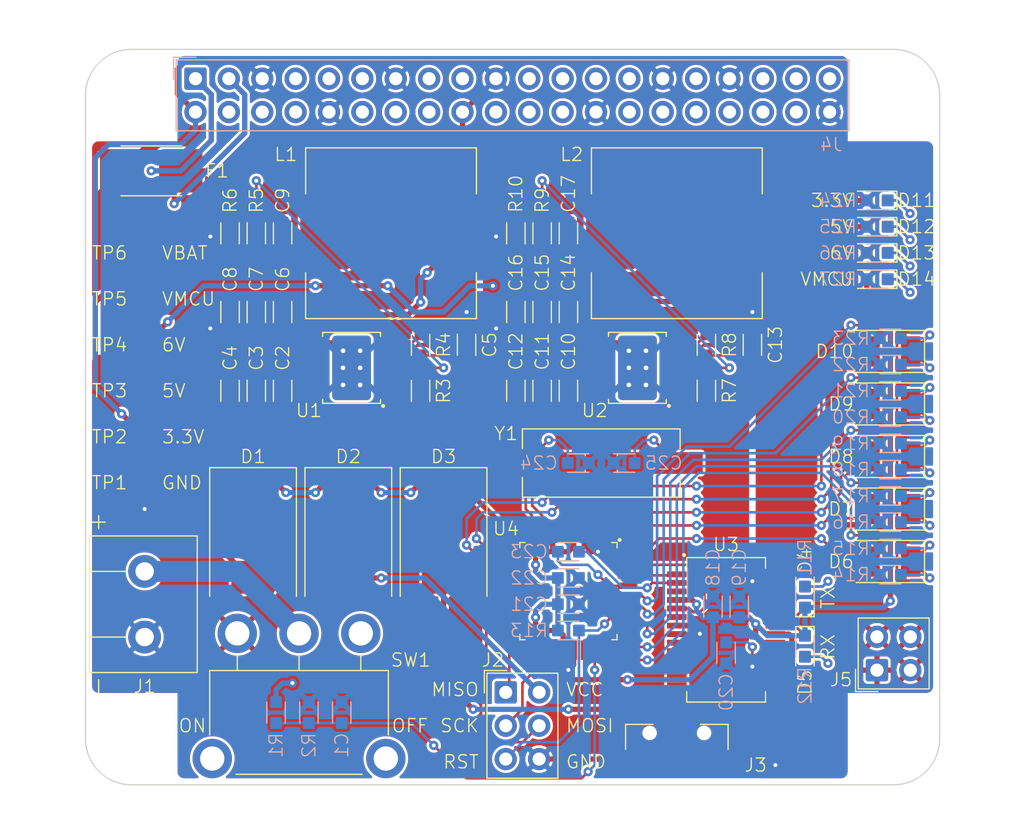
<source format=kicad_pcb>
(kicad_pcb (version 20221018) (generator pcbnew)
  (title_block (title "CARL Air Brake Power Supply") (date "8.12.2023") (rev "1") (company "Space Team Aachen e.V."))
  (layers (0 "F.Cu" signal) (31 "B.Cu" signal) (34 "B.Paste" user) (35 "F.Paste" user) (36 "B.SilkS" user "B.Silkscreen") (37 "F.SilkS" user "F.Silkscreen") (38 "B.Mask" user) (39 "F.Mask" user) (44 "Edge.Cuts" user))
  (net 0 "")
  (net 1 "GND")
  (net 2 "/BATT_LEV")
  (net 3 "VBAT")
  (net 4 "Net-(U1-VREG5)")
  (net 5 "Net-(U1-VBST)")
  (net 6 "/5V_REG")
  (net 7 "+5V")
  (net 8 "Net-(U1-VFB)")
  (net 9 "Net-(U2-VREG5)")
  (net 10 "Net-(U2-VBST)")
  (net 11 "/6V_REG")
  (net 12 "+6V")
  (net 13 "Net-(U2-VFB)")
  (net 14 "VMCU")
  (net 15 "Net-(U3-3V3OUT)")
  (net 16 "/ICSP_RESET")
  (net 17 "/FTDI_DTR")
  (net 18 "Net-(U4-TOSC2{slash}XTAL2{slash}PCINT7{slash}PB7)")
  (net 19 "Net-(U4-TOSC1{slash}XTAL1{slash}PCINT6{slash}PB6)")
  (net 20 "/VMCU_ICSP")
  (net 21 "/VMCU_USB")
  (net 22 "Net-(D4-A)")
  (net 23 "Net-(D4-K)")
  (net 24 "Net-(D5-A)")
  (net 25 "Net-(D5-K)")
  (net 26 "/RLED1")
  (net 27 "/GLED1")
  (net 28 "Net-(D6-K-Pad3)")
  (net 29 "Net-(D6-K-Pad4)")
  (net 30 "/RLED2")
  (net 31 "/GLED2")
  (net 32 "Net-(D7-K-Pad3)")
  (net 33 "Net-(D7-K-Pad4)")
  (net 34 "/RLED3")
  (net 35 "/GLED3")
  (net 36 "Net-(D8-K-Pad3)")
  (net 37 "Net-(D8-K-Pad4)")
  (net 38 "/RLED4")
  (net 39 "/GLED4")
  (net 40 "Net-(D9-K-Pad3)")
  (net 41 "Net-(D9-K-Pad4)")
  (net 42 "/RLED5")
  (net 43 "/GLED5")
  (net 44 "Net-(D10-K-Pad3)")
  (net 45 "Net-(D10-K-Pad4)")
  (net 46 "+3.3V")
  (net 47 "Net-(D11-K)")
  (net 48 "Net-(D12-K)")
  (net 49 "Net-(D13-K)")
  (net 50 "Net-(D14-K)")
  (net 51 "/5V_RPI")
  (net 52 "/VBAT_BAT")
  (net 53 "/ICSP_MISO")
  (net 54 "/ICSP_SCK")
  (net 55 "/ICSP_MOSI")
  (net 56 "Net-(J3-D-)")
  (net 57 "Net-(J3-D+)")
  (net 87 "Net-(U1-EN)")
  (net 88 "Net-(U1-PG)")
  (net 89 "Net-(U2-EN)")
  (net 90 "Net-(U2-PG)")
  (net 92 "/FTDI_TXD")
  (net 94 "/FTDI_RXD")
  (footprint "Local_Switch_THT:Switch_SPDT_Salecom_T80-S-TS-13P-A1-2-R" (layer "F.Cu") (at 133.75 126)
    (fp_text reference "SW1")
    (fp_text value "Power")
  )
  (footprint "Local_Capacitor_SMD:Cap_Ceramic_0603" (layer "F.Cu") (at 154.25 86 -90)
    (fp_text reference "C17")
    (fp_text value "5pF")
  )
  (footprint "Local_LED_SMD:LED_0603" (layer "F.Cu") (at 177.75 89.5)
    (fp_text reference "D14")
    (fp_text value "Amber")
  )
  (footprint "Local_Capacitor_SMD:Cap_Ceramic_0603" (layer "F.Cu") (at 128.5 98 -90)
    (fp_text reference "C4")
    (fp_text value "0.1uF")
  )
  (footprint "Local_Inductor_SMD:Ind_Eaton_DR127" (layer "F.Cu") (at 162.5 86 180)
    (fp_text reference "L2")
    (fp_text value "3.3uH")
  )
  (footprint "Local_Capacitor_SMD:Cap_Ceramic_0603" (layer "F.Cu") (at 150.25 92 90)
    (fp_text reference "C16")
    (fp_text value "22uF")
  )
  (footprint "Local_Connector_PinHeader:PinHead_02x03_Pitch2.54mm_Bot3.00mm_Top6.00mm_Shroud2.50mm" (layer "F.Cu") (at 150.75 123.5 -90)
    (fp_text reference "J2")
    (fp_text value "ICSP")
  )
  (footprint "Local_Capacitor_SMD:Cap_Ceramic_0603" (layer "F.Cu") (at 130.5 98 -90)
    (fp_text reference "C3")
    (fp_text value "10uF")
  )
  (footprint "Local_Capacitor_SMD:Cap_Ceramic_0603" (layer "F.Cu") (at 152.25 98 -90)
    (fp_text reference "C11")
    (fp_text value "10uF")
  )
  (footprint "Local_Resistor_SMD:Res_Film_0603" (layer "F.Cu") (at 143 94.5 -90)
    (fp_text reference "R4")
    (fp_text value "100kOhm")
  )
  (footprint "Local_Package_SOIC:SOIC_28_Dim5.50x10.50x2.00mm_Pitch0.65mm" (layer "F.Cu") (at 166.25 116.2)
    (fp_text reference "U3")
    (fp_text value "FT232RNL")
  )
  (footprint "Local_Connector_PinHeader:PinHead_02x02_Pitch2.54mm_Bot3.00mm_Top6.00mm_Shroud2.50mm" (layer "F.Cu") (at 179 118)
    (fp_text reference "J5")
    (fp_text value "Servo")
  )
  (footprint "Local_Resistor_SMD:Res_Film_0603" (layer "F.Cu") (at 143 98 -90)
    (fp_text reference "R3")
    (fp_text value "10kOhm")
  )
  (footprint "Local_TestPoint:TestPoint_CircPad2.00mm_CircMsk2.50mm" (layer "F.Cu") (at 122 94.5)
    (fp_text reference "TP4")
    (fp_text value "~")
  )
  (footprint "Local_LED_SMD:LED_Dual_Wuerth_WL-SBTW" (layer "F.Cu") (at 178.75 103 180)
    (fp_text reference "D8")
    (fp_text value "Red/Green")
  )
  (footprint "Local_MountingHole:MntHole_CircDrl2.75mm_CircMsk6.00mm" (layer "F.Cu") (at 179 75.5)
    (fp_text reference "")
    (fp_text value "")
  )
  (footprint "Local_TestPoint:TestPoint_CircPad2.00mm_CircMsk2.50mm" (layer "F.Cu") (at 122 101.5)
    (fp_text reference "TP2")
    (fp_text value "~")
  )
  (footprint "Local_Resistor_SMD:Res_Film_0603" (layer "F.Cu") (at 130.5 86 -90)
    (fp_text reference "R5")
    (fp_text value "365kOhm")
  )
  (footprint "Local_LED_SMD:LED_0603" (layer "F.Cu") (at 172.25 117.45 90)
    (fp_text reference "D5")
    (fp_text value "White")
  )
  (footprint "Local_LED_SMD:LED_Dual_Wuerth_WL-SBTW" (layer "F.Cu") (at 178.75 95 180)
    (fp_text reference "D10")
    (fp_text value "Red/Green")
  )
  (footprint "Local_TestPoint:TestPoint_CircPad2.00mm_CircMsk2.50mm" (layer "F.Cu") (at 122 98)
    (fp_text reference "TP3")
    (fp_text value "~")
  )
  (footprint "Local_Package_QFP:TQFP_08x08_Dim7.00x7.00x1.20mm_Pitch0.80mm" (layer "F.Cu") (at 154.25 113.25 -90)
    (fp_text reference "U4")
    (fp_text value "ATmega328P-AU")
  )
  (footprint "Local_Resistor_SMD:Res_Film_0603" (layer "F.Cu") (at 164.75 98 -90)
    (fp_text reference "R7")
    (fp_text value "10kOhm")
  )
  (footprint "Local_Connector_ScrewTerminal:ScrewTerm_02_CUI_TB003-500-02BK" (layer "F.Cu") (at 122 114.25 -90)
    (fp_text reference "J1")
    (fp_text value "Battery")
  )
  (footprint "Local_Package_SOIC:SOIC_08_Dim4.00x5.00x1.70mm_Pitch1.27mm_RectThPad2.95x4.90mm_RectMsk2.40x3.10mm" (layer "F.Cu") (at 137.75 96.25 180)
    (fp_text reference "U1")
    (fp_text value "TPS56528")
  )
  (footprint "Local_LED_SMD:LED_0603" (layer "F.Cu") (at 172.25 113.7 -90)
    (fp_text reference "D4")
    (fp_text value "White")
  )
  (footprint "Local_Capacitor_SMD:Cap_Ceramic_0603" (layer "F.Cu") (at 150.25 98 -90)
    (fp_text reference "C12")
    (fp_text value "0.1uF")
  )
  (footprint "Local_Capacitor_SMD:Cap_Ceramic_0603" (layer "F.Cu") (at 132.5 98 -90)
    (fp_text reference "C2")
    (fp_text value "10uF")
  )
  (footprint "Local_Package_SOIC:SOIC_08_Dim4.00x5.00x1.70mm_Pitch1.27mm_RectThPad2.95x4.90mm_RectMsk2.40x3.10mm" (layer "F.Cu") (at 159.5 96.25 180)
    (fp_text reference "U2")
    (fp_text value "TPS56528")
  )
  (footprint "Local_MountingHole:MntHole_CircDrl2.75mm_CircMsk6.00mm" (layer "F.Cu") (at 121 124.5)
    (fp_text reference "")
    (fp_text value "")
  )
  (footprint "Local_Resistor_SMD:Res_Film_0603" (layer "F.Cu") (at 128.5 86 90)
    (fp_text reference "R6")
    (fp_text value "50kOhm")
  )
  (footprint "Local_Capacitor_SMD:Cap_Ceramic_0603" (layer "F.Cu") (at 168.25 94.5 -90)
    (fp_text reference "C13")
    (fp_text value "0.47uF")
  )
  (footprint "Local_LED_SMD:LED_Dual_Wuerth_WL-SBTW" (layer "F.Cu") (at 178.75 111 180)
    (fp_text reference "D6")
    (fp_text value "Red/Green")
  )
  (footprint "Local_LED_SMD:LED_Dual_Wuerth_WL-SBTW" (layer "F.Cu") (at 178.75 99 180)
    (fp_text reference "D9")
    (fp_text value "Red/Green")
  )
  (footprint "Local_Inductor_SMD:Ind_Eaton_DR127" (layer "F.Cu") (at 140.75 86 180)
    (fp_text reference "L1")
    (fp_text value "3.3uH")
  )
  (footprint "Local_Capacitor_SMD:Cap_Ceramic_0603" (layer "F.Cu") (at 146.5 94.5 -90)
    (fp_text reference "C5")
    (fp_text value "0.47uF")
  )
  (footprint "Local_LED_SMD:LED_0603" (layer "F.Cu") (at 177.75 85.5)
    (fp_text reference "D12")
    (fp_text value "Amber")
  )
  (footprint "Local_Capacitor_SMD:Cap_Ceramic_0603" (layer "F.Cu") (at 154.25 98 -90)
    (fp_text reference "C10")
    (fp_text value "10uF")
  )
  (footprint "Local_Diode_SMD:Diode_DO-214AB_SMC" (layer "F.Cu") (at 144.75 108.75 90)
    (fp_text reference "D3")
    (fp_text value "0.55V @ 8A")
  )
  (footprint "Local_Resistor_SMD:Res_Film_0603" (layer "F.Cu") (at 150.25 86 90)
    (fp_text reference "R10")
    (fp_text value "50kOhm")
  )
  (footprint "Local_Capacitor_SMD:Cap_Ceramic_0603" (layer "F.Cu") (at 130.5 92 90)
    (fp_text reference "C7")
    (fp_text value "22uF")
  )
  (footprint "Local_LED_SMD:LED_0603" (layer "F.Cu") (at 177.75 87.5)
    (fp_text reference "D13")
    (fp_text value "Amber")
  )
  (footprint "Local_Connector_USB:USB_Micro_B_Recp_Wuerth_629105136821" (layer "F.Cu") (at 162.5 126.5)
    (fp_text reference "J3")
    (fp_text value "USB")
  )
  (footprint "Local_LED_SMD:LED_0603" (layer "F.Cu") (at 177.75 83.5)
    (fp_text reference "D11")
    (fp_text value "Amber")
  )
  (footprint "Local_Diode_SMD:Diode_DO-214AB_SMC" (layer "F.Cu") (at 130.25 108.75 90)
    (fp_text reference "D1")
    (fp_text value "0.55V @ 8A")
  )
  (footprint "Local_Capacitor_SMD:Cap_Ceramic_0603" (layer "F.Cu") (at 128.5 92 90)
    (fp_text reference "C8")
    (fp_text value "22uF")
  )
  (footprint "Local_Capacitor_SMD:Cap_Ceramic_0603" (layer "F.Cu") (at 152.25 92 90)
    (fp_text reference "C15")
    (fp_text value "22uF")
  )
  (footprint "Local_Resistor_SMD:Res_Film_0603" (layer "F.Cu") (at 152.25 86 -90)
    (fp_text reference "R9")
    (fp_text value "453kOhm")
  )
  (footprint "Local_Resistor_SMD:Res_Film_0603" (layer "F.Cu") (at 164.75 94.5 -90)
    (fp_text reference "R8")
    (fp_text value "100kOhm")
  )
  (footprint "Local_MountingHole:MntHole_CircDrl2.75mm_CircMsk6.00mm" (layer "F.Cu") (at 121 75.5)
    (fp_text reference "")
    (fp_text value "")
  )
  (footprint "Local_Fuse_SMD:Fuse_PTC_1812" (layer "F.Cu") (at 122.5 81.25)
    (fp_text reference "F1")
    (fp_text value "MF-MSMF260")
  )
  (footprint "Local_MountingHole:MntHole_CircDrl2.75mm_CircMsk6.00mm" (layer "F.Cu") (at 179 124.5)
    (fp_text reference "")
    (fp_text value "")
  )
  (footprint "Local_TestPoint:TestPoint_CircPad2.00mm_CircMsk2.50mm" (layer "F.Cu") (at 122 91)
    (fp_text reference "TP5")
    (fp_text value "~")
  )
  (footprint "Local_LED_SMD:LED_Dual_Wuerth_WL-SBTW" (layer "F.Cu") (at 178.75 107 180)
    (fp_text reference "D7")
    (fp_text value "Red/Green")
  )
  (footprint "Local_Capacitor_SMD:Cap_Ceramic_0603" (layer "F.Cu") (at 132.5 86 -90)
    (fp_text reference "C9")
    (fp_text value "5pF")
  )
  (footprint "Local_Crystal_SMD:Crystal_HC49-US" (layer "F.Cu") (at 156.75 103.5)
    (fp_text reference "Y1")
    (fp_text value "16MHz")
  )
  (footprint "Local_TestPoint:TestPoint_CircPad2.00mm_CircMsk2.50mm" (layer "F.Cu") (at 122 87.5)
    (fp_text reference "TP6")
    (fp_text value "~")
  )
  (footprint "Local_Capacitor_SMD:Cap_Ceramic_0603" (layer "F.Cu") (at 132.5 92 90)
    (fp_text reference "C6")
    (fp_text value "0.1uF")
  )
  (footprint "Local_Capacitor_SMD:Cap_Ceramic_0603" (layer "F.Cu") (at 154.25 92 90)
    (fp_text reference "C14")
    (fp_text value "0.1uF")
  )
  (footprint "Local_TestPoint:TestPoint_CircPad2.00mm_CircMsk2.50mm" (layer "F.Cu") (at 122 105)
    (fp_text reference "TP1")
    (fp_text value "~")
  )
  (footprint "Local_Diode_SMD:Diode_DO-214AB_SMC" (layer "F.Cu") (at 137.5 108.75 90)
    (fp_text reference "D2")
    (fp_text value "0.55V @ 8A")
  )
  (footprint "Local_Resistor_SMD:Res_Film_0603" (layer "B.Cu") (at 178.75 108 180)
    (fp_text reference "R16")
    (fp_text value "150Ohm")
  )
  (footprint "Local_Resistor_SMD:Res_Film_0603" (layer "B.Cu") (at 132 122.5 90)
    (fp_text reference "R1")
    (fp_text value "20kOhm")
  )
  (footprint "Local_Resistor_SMD:Res_Film_0603" (layer "B.Cu") (at 134.5 122.5 -90)
    (fp_text reference "R2")
    (fp_text value "10kOhm")
  )
  (footprint "Local_Capacitor_SMD:Cap_Ceramic_0603" (layer "B.Cu") (at 154.25 114.25 180)
    (fp_text reference "C21")
    (fp_text value "10uF")
  )
  (footprint "Local_Capacitor_SMD:Cap_Ceramic_0603" (layer "B.Cu") (at 154.25 110.25)
    (fp_text reference "C23")
    (fp_text value "0.1uF")
  )
  (footprint "Local_Resistor_SMD:Res_Film_0603" (layer "B.Cu") (at 177.75 89.5)
    (fp_text reference "R27")
    (fp_text value "150Ohm")
  )
  (footprint "Local_Resistor_SMD:Res_Film_0603" (layer "B.Cu") (at 177.75 85.5)
    (fp_text reference "R25")
    (fp_text value "150Ohm")
  )
  (footprint "Local_Resistor_SMD:Res_Film_0603" (layer "B.Cu") (at 178.75 94 180)
    (fp_text reference "R23")
    (fp_text value "150Ohm")
  )
  (footprint "Local_Capacitor_SMD:Cap_Ceramic_0603" (layer "B.Cu") (at 137 122.5 -90)
    (fp_text reference "C1")
    (fp_text value "10uF")
  )
  (footprint "Local_Resistor_SMD:Res_Film_0603" (layer "B.Cu") (at 178.75 104 180)
    (fp_text reference "R18")
    (fp_text value "150Ohm")
  )
  (footprint "Local_Capacitor_SMD:Cap_Ceramic_0603" (layer "B.Cu") (at 154.25 112.25 180)
    (fp_text reference "C22")
    (fp_text value "10uF")
  )
  (footprint "Local_Capacitor_SMD:Cap_Ceramic_0603" (layer "B.Cu") (at 165.25 114.45 -90)
    (fp_text reference "C18")
    (fp_text value "10uF")
  )
  (footprint "Local_Resistor_SMD:Res_Film_0603" (layer "B.Cu") (at 177.75 83.5)
    (fp_text reference "R24")
    (fp_text value "68Ohm")
  )
  (footprint "Local_Resistor_SMD:Res_Film_0603" (layer "B.Cu") (at 178.75 102 180)
    (fp_text reference "R19")
    (fp_text value "150Ohm")
  )
  (footprint "Local_Resistor_SMD:Res_Film_0603" (layer "B.Cu") (at 154.25 116.25 180)
    (fp_text reference "R13")
    (fp_text value "10kOhm")
  )
  (footprint "Local_Capacitor_SMD:Cap_Ceramic_0603" (layer "B.Cu") (at 158.5 103.5)
    (fp_text reference "C25")
    (fp_text value "30pF")
  )
  (footprint "Local_Resistor_SMD:Res_Film_0603" (layer "B.Cu") (at 178.75 96 180)
    (fp_text reference "R22")
    (fp_text value "150Ohm")
  )
  (footprint "Local_Resistor_SMD:Res_Film_0603" (layer "B.Cu") (at 178.75 112 180)
    (fp_text reference "R14")
    (fp_text value "150Ohm")
  )
  (footprint "Local_Resistor_SMD:Res_Film_0603" (layer "B.Cu") (at 177.75 87.5)
    (fp_text reference "R26")
    (fp_text value "200Ohm")
  )
  (footprint "Local_Resistor_SMD:Res_Film_0603" (layer "B.Cu") (at 178.75 110 180)
    (fp_text reference "R15")
    (fp_text value "150Ohm")
  )
  (footprint "Local_Resistor_SMD:Res_Film_0603" (layer "B.Cu") (at 172.25 113.7 -90)
    (fp_text reference "R11")
    (fp_text value "430Ohm")
  )
  (footprint "Local_Resistor_SMD:Res_Film_0603" (layer "B.Cu") (at 178.75 100 180)
    (fp_text reference "R20")
    (fp_text value "150Ohm")
  )
  (footprint "Local_Resistor_SMD:Res_Film_0603" (layer "B.Cu") (at 172.25 117.45 90)
    (fp_text reference "R12")
    (fp_text value "430Ohm")
  )
  (footprint "Local_Connector_StackingHeader:StackHead_02x20_Pitch2.54mm_Bot10.50mm_Top8.50mm" (layer "B.Cu") (at 150 75.5)
    (fp_text reference "J4")
    (fp_text value "Raspberry Pi")
  )
  (footprint "Local_Resistor_SMD:Res_Film_0603" (layer "B.Cu") (at 178.75 98 180)
    (fp_text reference "R21")
    (fp_text value "150Ohm")
  )
  (footprint "Local_Capacitor_SMD:Cap_Ceramic_0603" (layer "B.Cu") (at 167.25 114.45 -90)
    (fp_text reference "C19")
    (fp_text value "0.1uF")
  )
  (footprint "Local_Resistor_SMD:Res_Film_0603" (layer "B.Cu") (at 178.75 106 180)
    (fp_text reference "R17")
    (fp_text value "150Ohm")
  )
  (footprint "Local_Capacitor_SMD:Cap_Ceramic_0603" (layer "B.Cu") (at 155 103.5 180)
    (fp_text reference "C24")
    (fp_text value "30pF")
  )
  (footprint "Local_Capacitor_SMD:Cap_Ceramic_0603" (layer "B.Cu") (at 166.25 117.95 90)
    (fp_text reference "C20")
    (fp_text value "0.1uF")
  )
  (gr_line (start 118.5 120) (end 118.5 121) (stroke (width 0.1)) (layer "F.SilkS"))
  (gr_line (start 118 108) (end 119 108) (stroke (width 0.1)) (layer "F.SilkS"))
  (gr_line (start 118.5 108.5) (end 118.5 107.5) (stroke (width 0.1)) (layer "F.SilkS"))
  (gr_arc (start 179 72) (mid 181.474873 73.025126) (end 182.5 75.5) (stroke (width 0.1)) (layer "Edge.Cuts"))
  (gr_line (start 117.5 75.5) (end 117.5 124.5) (stroke (width 0.1)) (layer "Edge.Cuts"))
  (gr_line (start 182.5 75.5) (end 182.5 124.5) (stroke (width 0.1)) (layer "Edge.Cuts"))
  (gr_arc (start 117.5 75.5) (mid 118.525126 73.025127) (end 121 72) (stroke (width 0.1)) (layer "Edge.Cuts"))
  (gr_arc (start 121 128) (mid 118.525127 126.974874) (end 117.5 124.5) (stroke (width 0.1)) (layer "Edge.Cuts"))
  (gr_line (start 121 128) (end 179 128) (stroke (width 0.1)) (layer "Edge.Cuts"))
  (gr_line (start 121 72) (end 179 72) (stroke (width 0.1)) (layer "Edge.Cuts"))
  (gr_arc (start 182.5 124.5) (mid 181.474874 126.974873) (end 179 128) (stroke (width 0.1)) (layer "Edge.Cuts"))
  (gr_text "MISO" (at 147.5 120.75) (layer "F.SilkS") (effects (font (size 1 1) (thickness 0.1)) (justify right)))
  (gr_text "GND" (at 154 126.25) (layer "F.SilkS") (effects (font (size 1 1) (thickness 0.1)) (justify left)))
  (gr_text "TX" (at 174 113.75 90) (layer "F.SilkS") (effects (font (size 1 1) (thickness 0.1))))
  (gr_text "6V" (at 176 87.5) (layer "F.SilkS") (effects (font (size 1 1) (thickness 0.1)) (justify right)))
  (gr_text "VMCU" (at 176 89.5) (layer "F.SilkS") (effects (font (size 1 1) (thickness 0.1)) (justify right)))
  (gr_text "3.3V" (at 123.25 101.5) (layer "F.SilkS") (effects (font (size 1 1) (thickness 0.1)) (justify left)))
  (gr_text "5V" (at 176 85.5) (layer "F.SilkS") (effects (font (size 1 1) (thickness 0.1)) (justify right)))
  (gr_text "SCK" (at 147.5 123.5) (layer "F.SilkS") (effects (font (size 1 1) (thickness 0.1)) (justify right)))
  (gr_text "GND" (at 123.25 105) (layer "F.SilkS") (effects (font (size 1 1) (thickness 0.1)) (justify left)))
  (gr_text "ON" (at 126.75 123.5) (layer "F.SilkS") (effects (font (size 1 1) (thickness 0.1)) (justify right)))
  (gr_text "RX" (at 174 117.5 90) (layer "F.SilkS") (effects (font (size 1 1) (thickness 0.1))))
  (gr_text "VMCU" (at 123.25 91) (layer "F.SilkS") (effects (font (size 1 1) (thickness 0.1)) (justify left)))
  (gr_text "RST" (at 147.5 126.25) (layer "F.SilkS") (effects (font (size 1 1) (thickness 0.1)) (justify right)))
  (gr_text "6V" (at 123.25 94.5) (layer "F.SilkS") (effects (font (size 1 1) (thickness 0.1)) (justify left)))
  (gr_text "OFF" (at 140.75 123.5) (layer "F.SilkS") (effects (font (size 1 1) (thickness 0.1)) (justify left)))
  (gr_text "VCC" (at 154 120.75) (layer "F.SilkS") (effects (font (size 1 1) (thickness 0.1)) (justify left)))
  (gr_text "VBAT" (at 123.25 87.5) (layer "F.SilkS") (effects (font (size 1 1) (thickness 0.1)) (justify left)))
  (gr_text "MOSI" (at 154 123.5) (layer "F.SilkS") (effects (font (size 1 1) (thickness 0.1)) (justify left)))
  (gr_text "3.3V" (at 176 83.5) (layer "F.SilkS") (effects (font (size 1 1) (thickness 0.1)) (justify right)))
  (gr_text "5V" (at 123.25 98) (layer "F.SilkS") (effects (font (size 1 1) (thickness 0.1)) (justify left)))
  (segment (start 158.245 94.345) (end 158.85 94.95) (width 0.4) (layer "F.Cu") (net 1))
  (segment (start 130.5 92.8) (end 128.5 92.8) (width 0.4) (layer "F.Cu") (net 1))
  (segment (start 154.25 97.2) (end 150.25 97.2) (width 0.4) (layer "F.Cu") (net 1))
  (segment (start 153.85 108.75) (end 153.85 107.65) (width 0.4) (layer "F.Cu") (net 1))
  (segment (start 158.5 126.5) (end 166.5 126.5) (width 0.4) (layer "F.Cu") (net 1))
  (segment (start 163.625 115.875) (end 164.25 116.5) (width 0.4) (layer "F.Cu") (net 1))
  (segment (start 166.5 126.5) (end 170 126.5) (width 0.4) (layer "F.Cu") (net 1))
  (segment (start 155 107.25) (end 154.25 107.25) (width 0.4) (layer "F.Cu") (net 1))
  (segment (start 128.5 92.8) (end 127.45 92.8) (width 0.4) (layer "F.Cu") (net 1))
  (segment (start 155.45 107.7) (end 155 107.25) (width 0.4) (layer "F.Cu") (net 1))
  (segment (start 154.65 117.75) (end 154.65 118.85) (width 0.4) (layer "F.Cu") (net 1))
  (segment (start 128.5 86.8) (end 127.55 86.8) (width 0.4) (layer "F.Cu") (net 1))
  (segment (start 171.025 116.525) (end 171.25 116.75) (width 0.4) (layer "F.Cu") (net 1))
  (segment (start 146.5 93.7) (end 146.5 92) (width 0.4) (layer "F.Cu") (net 1))
  (segment (start 134.875 94.345) (end 136.495 94.345) (width 0.4) (layer "F.Cu") (net 1))
  (segment (start 150.25 92.8) (end 149.2 92.8) (width 0.4) (layer "F.Cu") (net 1))
  (segment (start 154.65 118.85) (end 154.25 119.25) (width 0.4) (layer "F.Cu") (net 1))
  (segment (start 171.025 118.475) (end 170 118.475) (width 0.4) (layer "F.Cu") (net 1))
  (segment (start 128.5 97.2) (end 127.45 97.2) (width 0.4) (layer "F.Cu") (net 1))
  (segment (start 127.55 86.8) (end 127 86.25) (width 0.4) (layer "F.Cu") (net 1))
  (segment (start 156 110.25) (end 156.5 110.25) (width 0.4) (layer "F.Cu") (net 1))
  (segment (start 149.3 86.8) (end 148.75 86.25) (width 0.4) (layer "F.Cu") (net 1))
  (segment (start 171.25 118.25) (end 171.025 118.475) (width 0.4) (layer "F.Cu") (net 1))
  (segment (start 127 93.25) (end 127 95) (width 0.4) (layer "F.Cu") (net 1))
  (segment (start 162.5 115.875) (end 163.625 115.875) (width 0.4) (layer "F.Cu") (net 1))
  (segment (start 170 113.275) (end 169.025 113.275) (width 0.4) (layer "F.Cu") (net 1))
  (segment (start 171.25 116.75) (end 171.25 118.25) (width 0.4) (layer "F.Cu") (net 1))
  (segment (start 149.2 97.2) (end 150.25 97.2) (width 0.4) (layer "F.Cu") (net 1))
  (segment (start 170 116.525) (end 171.025 116.525) (width 0.4) (layer "F.Cu") (net 1))
  (segment (start 163.8 126.4) (end 163.7 126.5) (width 0.4) (layer "F.Cu") (net 1))
  (segment (start 153.85 107.65) (end 154.25 107.25) (width 0.4) (layer "F.Cu") (net 1))
  (segment (start 168.775 118.475) (end 168.25 119) (width 0.4) (layer "F.Cu") (net 1))
  (segment (start 170 113.275) (end 170 113.925) (width 0.4) (layer "F.Cu") (net 1))
  (segment (start 150.25 86.8) (end 149.3 86.8) (width 0.4) (layer "F.Cu") (net 1))
  (segment (start 163.8 123.825) (end 163.8 126.4) (width 0.4) (layer "F.Cu") (net 1))
  (segment (start 170 118.475) (end 168.775 118.475) (width 0.4) (layer "F.Cu") (net 1))
  (segment (start 169.025 113.275) (end 168.25 112.5) (width 0.4) (layer "F.Cu") (net 1))
  (segment (start 149.2 92.8) (end 148.75 93.25) (width 0.4) (layer "F.Cu") (net 1))
  (segment (start 155.45 108.75) (end 155.45 109.7) (width 0.4) (layer "F.Cu") (net 1))
  (segment (start 156.625 94.345) (end 158.245 94.345) (width 0.4) (layer "F.Cu") (net 1))
  (segment (start 152.02 126.04) (end 158.04 126.04) (width 0.4) (layer "F.Cu") (net 1))
  (segment (start 152.25 92.8) (end 150.25 92.8) (width 0.4) (layer "F.Cu") (net 1))
  (segment (start 148.75 93.25) (end 148.75 96.75) (width 0.4) (layer "F.Cu") (net 1))
  (segment (start 168.25 93.7) (end 168.25 92) (width 0.4) (layer "F.Cu") (net 1))
  (segment (start 127.45 97.2) (end 127 96.75) (width 0.4) (layer "F.Cu") (net 1))
  (segment (start 148.75 96.75) (end 149.2 97.2) (width 0.4) (layer "F.Cu") (net 1))
  (segment (start 132.5 97.2) (end 128.5 97.2) (width 0.4) (layer "F.Cu") (net 1))
  (segment (start 127 96.75) (end 127 95) (width 0.4) (layer "F.Cu") (net 1))
  (segment (start 158.04 126.04) (end 158.5 126.5) (width 0.4) (layer "F.Cu") (net 1))
  (segment (start 122 105) (end 122 107) (width 0.4) (layer "F.Cu") (net 1))
  (segment (start 136.495 94.345) (end 137.1 94.95) (width 0.4) (layer "F.Cu") (net 1))
  (segment (start 127.45 92.8) (end 127 93.25) (width 0.4) (layer "F.Cu") (net 1))
  (segment (start 155.45 108.75) (end 155.45 107.7) (width 0.4) (layer "F.Cu") (net 1))
  (segment (start 155.45 109.7) (end 156 110.25) (width 0.4) (layer "F.Cu") (net 1))
  (via (at 164.25 116.5) (size 0.7) (drill 0.3) (layers "F.Cu" "B.Cu") (net 1))
  (via (at 156.5 110.25) (size 0.7) (drill 0.3) (layers "F.Cu" "B.Cu") (net 1))
  (via (at 122 107) (size 0.7) (drill 0.3) (layers "F.Cu" "B.Cu") (net 1))
  (via (at 154.25 119.25) (size 0.7) (drill 0.3) (layers "F.Cu" "B.Cu") (net 1))
  (via (at 127 93.25) (size 0.7) (drill 0.3) (layers "F.Cu" "B.Cu") (net 1))
  (via (at 148.75 86.25) (size 0.7) (drill 0.3) (layers "F.Cu" "B.Cu") (net 1))
  (via (at 168.25 119) (size 0.7) (drill 0.3) (layers "F.Cu" "B.Cu") (net 1))
  (via (at 170 126.5) (size 0.7) (drill 0.3) (layers "F.Cu" "B.Cu") (net 1))
  (via (at 168.25 112.5) (size 0.7) (drill 0.3) (layers "F.Cu" "B.Cu") (net 1))
  (via (at 168.25 92) (size 0.7) (drill 0.3) (layers "F.Cu" "B.Cu") (net 1))
  (via (at 146.5 92) (size 0.7) (drill 0.3) (layers "F.Cu" "B.Cu") (net 1))
  (via (at 127 86.25) (size 0.7) (drill 0.3) (layers "F.Cu" "B.Cu") (net 1))
  (via (at 148.75 93.25) (size 0.7) (drill 0.3) (layers "F.Cu" "B.Cu") (net 1))
  (segment (start 156.25 117.75) (end 156.25 119.25) (width 0.2) (layer "F.Cu") (net 2))
  (segment (start 155.75 127) (end 155.25 127.5) (width 0.2) (layer "F.Cu") (net 2))
  (segment (start 155.25 127.5) (end 151.75 127.5) (width 0.2) (layer "F.Cu") (net 2))
  (segment (start 146.5 127.5) (end 144 125) (width 0.2) (layer "F.Cu") (net 2))
  (segment (start 151.75 127.5) (end 146.5 127.5) (width 0.2) (layer "F.Cu") (net 2))
  (via (at 156.25 119.25) (size 0.7) (drill 0.3) (layers "F.Cu" "B.Cu") (net 2))
  (via (at 155.75 127) (size 0.7) (drill 0.3) (layers "F.Cu" "B.Cu") (net 2))
  (via (at 144 125) (size 0.7) (drill 0.3) (layers "F.Cu" "B.Cu") (net 2))
  (segment (start 144 125) (end 142.3 123.3) (width 0.2) (layer "B.Cu") (net 2))
  (segment (start 142.3 123.3) (end 137 123.3) (width 0.2) (layer "B.Cu") (net 2))
  (segment (start 156.25 124.75) (end 156.25 126.5) (width 0.2) (layer "B.Cu") (net 2))
  (segment (start 156.25 126.5) (end 155.75 127) (width 0.2) (layer "B.Cu") (net 2))
  (segment (start 132 123.3) (end 137 123.3) (width 0.2) (layer "B.Cu") (net 2))
  (segment (start 156.25 119.25) (end 156.25 124.75) (width 0.2) (layer "B.Cu") (net 2))
  (segment (start 118.25 91.25) (end 118.25 95.5) (width 0.4) (layer "F.Cu") (net 3))
  (segment (start 122 87.5) (end 118.25 91.25) (width 0.4) (layer "F.Cu") (net 3))
  (via (at 133.25 120.25) (size 0.7) (drill 0.3) (layers "F.Cu" "B.Cu") (net 3))
  (segment (start 132 121.7) (end 132 120.75) (width 0.4) (layer "B.Cu") (net 3))
  (segment (start 132.5 120.25) (end 133.25 120.25) (width 0.4) (layer "B.Cu") (net 3))
  (segment (start 132 120.75) (end 132.5 120.25) (width 0.4) (layer "B.Cu") (net 3))
  (segment (start 143 95.3) (end 146.5 95.3) (width 0.2) (layer "F.Cu") (net 4))
  (segment (start 142.685 95.615) (end 143 95.3) (width 0.2) (layer "F.Cu") (net 4))
  (segment (start 140.625 95.615) (end 142.685 95.615) (width 0.2) (layer "F.Cu") (net 4))
  (segment (start 132.5 95.75) (end 132.5 92.8) (width 0.2) (layer "F.Cu") (net 5))
  (segment (start 133.635 96.885) (end 132.5 95.75) (width 0.2) (layer "F.Cu") (net 5))
  (segment (start 134.875 96.885) (end 133.635 96.885) (width 0.2) (layer "F.Cu") (net 5))
  (segment (start 133.25 93.75) (end 133.25 95.25) (width 0.4) (layer "F.Cu") (net 6))
  (segment (start 133.25 95.25) (end 133.615 95.615) (width 0.4) (layer "F.Cu") (net 6))
  (segment (start 133.5 93.5) (end 133.25 93.75) (width 0.4) (layer "F.Cu") (net 6))
  (segment (start 145.725 86.775) (end 143.5 89) (width 0.4) (layer "F.Cu") (net 6))
  (segment (start 133.5 92.2) (end 142.05 92.2) (width 0.4) (layer "F.Cu") (net 6))
  (segment (start 142.05 92.2) (end 143 91.25) (width 0.4) (layer "F.Cu") (net 6))
  (segment (start 133.615 95.615) (end 134.875 95.615) (width 0.4) (layer "F.Cu") (net 6))
  (segment (start 132.5 91.2) (end 133.5 92.2) (width 0.4) (layer "F.Cu") (net 6))
  (segment (start 133.5 92.2) (end 133.5 93.5) (width 0.4) (layer "F.Cu") (net 6))
  (segment (start 145.725 86) (end 145.725 86.775) (width 0.4) (layer "F.Cu") (net 6))
  (via (at 143.5 89) (size 0.7) (drill 0.3) (layers "F.Cu" "B.Cu") (net 6))
  (via (at 143 91.25) (size 0.7) (drill 0.3) (layers "F.Cu" "B.Cu") (net 6))
  (segment (start 143 91.25) (end 143 89.5) (width 0.4) (layer "B.Cu") (net 6))
  (segment (start 143 89.5) (end 143.5 89) (width 0.4) (layer "B.Cu") (net 6))
  (segment (start 124.75 100.75) (end 124.75 107) (width 0.4) (layer "F.Cu") (net 7))
  (segment (start 176.95 85.5) (end 175.7 85.5) (width 0.4) (layer "F.Cu") (net 7))
  (segment (start 129.95 112.2) (end 130.25 112.2) (width 0.4) (layer "F.Cu") (net 7))
  (segment (start 175.7 85.5) (end 169.25 79.05) (width 0.4) (layer "F.Cu") (net 7))
  (segment (start 122 98) (end 119.25 95.25) (width 0.4) (layer "F.Cu") (net 7))
  (segment (start 169.25 79.05) (end 146.75 79.05) (width 0.4) (layer "F.Cu") (net 7))
  (segment (start 119.25 95.25) (end 119.25 94.5) (width 0.4) (layer "F.Cu") (net 7))
  (segment (start 122 98) (end 124.75 100.75) (width 0.4) (layer "F.Cu") (net 7))
  (segment (start 124.75 107) (end 129.95 112.2) (width 0.4) (layer "F.Cu") (net 7))
  (segment (start 141.865 96.885) (end 142 96.75) (width 0.2) (layer "F.Cu") (net 8))
  (segment (start 130.5 82) (end 130.5 85.2) (width 0.2) (layer "F.Cu") (net 8))
  (segment (start 140.625 96.885) (end 141.865 96.885) (width 0.2) (layer "F.Cu") (net 8))
  (segment (start 142.5 96.25) (end 144.75 96.25) (width 0.2) (layer "F.Cu") (net 8))
  (segment (start 142 96.75) (end 142.5 96.25) (width 0.2) (layer "F.Cu") (net 8))
  (segment (start 128.5 85.2) (end 132.5 85.2) (width 0.2) (layer "F.Cu") (net 8))
  (via (at 130.5 82) (size 0.7) (drill 0.3) (layers "F.Cu" "B.Cu") (net 8))
  (via (at 144.75 96.25) (size 0.7) (drill 0.3) (layers "F.Cu" "B.Cu") (net 8))
  (segment (start 144.75 96.25) (end 130.5 82) (width 0.2) (layer "B.Cu") (net 8))
  (segment (start 164.435 95.615) (end 164.75 95.3) (width 0.2) (layer "F.Cu") (net 9))
  (segment (start 168.25 95.3) (end 164.75 95.3) (width 0.2) (layer "F.Cu") (net 9))
  (segment (start 162.375 95.615) (end 164.435 95.615) (width 0.2) (layer "F.Cu") (net 9))
  (segment (start 154.25 95.75) (end 154.25 92.8) (width 0.2) (layer "F.Cu") (net 10))
  (segment (start 155.385 96.885) (end 154.25 95.75) (width 0.2) (layer "F.Cu") (net 10))
  (segment (start 156.625 96.885) (end 155.385 96.885) (width 0.2) (layer "F.Cu") (net 10))
  (segment (start 167.475 86) (end 167.475 86.775) (width 0.4) (layer "F.Cu") (net 11))
  (segment (start 155 95.25) (end 155 93.75) (width 0.4) (layer "F.Cu") (net 11))
  (segment (start 155.25 93.5) (end 155.25 91.2) (width 0.4) (layer "F.Cu") (net 11))
  (segment (start 156.625 95.615) (end 155.365 95.615) (width 0.4) (layer "F.Cu") (net 11))
  (segment (start 163.05 91.2) (end 155.25 91.2) (width 0.4) (layer "F.Cu") (net 11))
  (segment (start 155.25 91.2) (end 154.25 91.2) (width 0.4) (layer "F.Cu") (net 11))
  (segment (start 167.475 86.775) (end 163.05 91.2) (width 0.4) (layer "F.Cu") (net 11))
  (segment (start 155.365 95.615) (end 155 95.25) (width 0.4) (layer "F.Cu") (net 11))
  (segment (start 155 93.75) (end 155.25 93.5) (width 0.4) (layer "F.Cu") (net 11))
  (segment (start 122 94.5) (end 123.75 92.75) (width 0.4) (layer "F.Cu") (net 12))
  (segment (start 140.5 90) (end 135 90) (width 0.4) (layer "F.Cu") (net 12))
  (via (at 123.75 92.75) (size 0.7) (drill 0.3) (layers "F.Cu" "B.Cu") (net 12))
  (via (at 140.5 90) (size 0.7) (drill 0.3) (layers "F.Cu" "B.Cu") (net 12))
  (via (at 148.5 90) (size 0.7) (drill 0.3) (layers "F.Cu" "B.Cu") (net 12))
  (via (at 135 90) (size 0.7) (drill 0.3) (layers "F.Cu" "B.Cu") (net 12))
  (segment (start 142 91.5) (end 140.5 90) (width 0.4) (layer "B.Cu") (net 12))
  (segment (start 144.75 92) (end 146.75 90) (width 0.4) (layer "B.Cu") (net 12))
  (segment (start 126.5 90) (end 135 90) (width 0.4) (layer "B.Cu") (net 12))
  (segment (start 144.75 92) (end 142.5 92) (width 0.4) (layer "B.Cu") (net 12))
  (segment (start 142.5 92) (end 142 91.5) (width 0.4) (layer "B.Cu") (net 12))
  (segment (start 123.75 92.75) (end 126.5 90) (width 0.4) (layer "B.Cu") (net 12))
  (segment (start 146.75 90) (end 148.5 90) (width 0.4) (layer "B.Cu") (net 12))
  (segment (start 164.25 96.25) (end 166.5 96.25) (width 0.2) (layer "F.Cu") (net 13))
  (segment (start 152.25 82) (end 152.25 85.2) (width 0.2) (layer "F.Cu") (net 13))
  (segment (start 162.375 96.885) (end 163.615 96.885) (width 0.2) (layer "F.Cu") (net 13))
  (segment (start 163.615 96.885) (end 164.25 96.25) (width 0.2) (layer "F.Cu") (net 13))
  (segment (start 154.25 85.2) (end 150.25 85.2) (width 0.2) (layer "F.Cu") (net 13))
  (via (at 166.5 96.25) (size 0.7) (drill 0.3) (layers "F.Cu" "B.Cu") (net 13))
  (via (at 152.25 82) (size 0.7) (drill 0.3) (layers "F.Cu" "B.Cu") (net 13))
  (segment (start 166.5 96.25) (end 152.25 82) (width 0.2) (layer "B.Cu") (net 13))
  (segment (start 178.75 114) (end 178.75 92.5) (width 0.4) (layer "F.Cu") (net 14))
  (segment (start 154.65 109.85) (end 154.25 110.25) (width 0.4) (layer "F.Cu") (net 14))
  (segment (start 142.7 105.3) (end 142.25 105.75) (width 0.4) (layer "F.Cu") (net 14))
  (segment (start 137.5 105.3) (end 135.45 105.3) (width 0.4) (layer "F.Cu") (net 14))
  (segment (start 153.5 119.48995) (end 154.01005 120) (width 0.4) (layer "F.Cu") (net 14))
  (segment (start 152.25 116.25) (end 151.75 115.75) (width 0.4) (layer "F.Cu") (net 14))
  (segment (start 154.25 110.25) (end 151.75 110.25) (width 0.4) (layer "F.Cu") (net 14))
  (segment (start 178.75 92.5) (end 176.95 90.7) (width 0.4) (layer "F.Cu") (net 14))
  (segment (start 168.5 115.75) (end 168.5 116.75) (width 0.4) (layer "F.Cu") (net 14))
  (segment (start 139.55 105.3) (end 140 105.75) (width 0.4) (layer "F.Cu") (net 14))
  (segment (start 151.75 110.25) (end 151.25 110.25) (width 0.4) (layer "F.Cu") (net 14))
  (segment (start 163.675 113.925) (end 164 114.25) (width 0.4) (layer "F.Cu") (net 14))
  (segment (start 123.75 97.5) (end 123.75 98.75) (width 0.4) (layer "F.Cu") (net 14))
  (segment (start 151.75 115.75) (end 151.75 115.25) (width 0.4) (layer "F.Cu") (net 14))
  (segment (start 144.75 105.3) (end 142.7 105.3) (width 0.4) (layer "F.Cu") (net 14))
  (segment (start 135.45 105.3) (end 135 105.75) (width 0.4) (layer "F.Cu") (net 14))
  (segment (start 130.25 105.25) (end 130.25 105.3) (width 0.4) (layer "F.Cu") (net 14))
  (segment (start 162.5 113.925) (end 163.675 113.925) (width 0.4) (layer "F.Cu") (net 14))
  (segment (start 153.85 116.6) (end 153.5 116.25) (width 0.4) (layer "F.Cu") (net 14))
  (segment (start 123.75 98.75) (end 130.25 105.25) (width 0.4) (layer "F.Cu") (net 14))
  (segment (start 154.65 108.75) (end 154.65 109.85) (width 0.4) (layer "F.Cu") (net 14))
  (segment (start 168.925 117.175) (end 168.5 116.75) (width 0.4) (layer "F.Cu") (net 14))
  (segment (start 151.75 111.25) (end 151.75 110.25) (width 0.4) (layer "F.Cu") (net 14))
  (segment (start 146.3 105.3) (end 144.75 105.3) (width 0.4) (layer "F.Cu") (net 14))
  (segment (start 154.01005 120) (end 158.75 120) (width 0.4) (layer "F.Cu") (net 14))
  (segment (start 176.95 90.7) (end 176.95 89.5) (width 0.4) (layer "F.Cu") (net 14))
  (segment (start 153.05 108.75) (end 153.05 110.2) (width 0.4) (layer "F.Cu") (net 14))
  (segment (start 122.5 96.25) (end 123.75 97.5) (width 0.4) (layer "F.Cu") (net 14))
  (segment (start 153.5 116.25) (end 152.25 116.25) (width 0.4) (layer "F.Cu") (net 14))
  (segment (start 120 93) (end 120 95) (width 0.4) (layer "F.Cu") (net 14))
  (segment (start 151.25 110.25) (end 146.3 105.3) (width 0.4) (layer "F.Cu") (net 14))
  (segment (start 153.5 119) (end 153.5 119.48995) (width 0.4) (layer "F.Cu") (net 14))
  (segment (start 153.85 118.65) (end 153.5 119) (width 0.4) (layer "F.Cu") (net 14))
  (segment (start 122 91) (end 120 93) (width 0.4) (layer "F.Cu") (net 14))
  (segment (start 153.85 117.75) (end 153.85 116.6) (width 0.4) (layer "F.Cu") (net 14))
  (segment (start 170 117.175) (end 168.925 117.175) (width 0.4) (layer "F.Cu") (net 14))
  (segment (start 120 95) (end 121.25 96.25) (width 0.4) (layer "F.Cu") (net 14))
  (segment (start 132.3 105.3) (end 132.75 105.75) (width 0.4) (layer "F.Cu") (net 14))
  (segment (start 153.85 117.75) (end 153.85 118.65) (width 0.4) (layer "F.Cu") (net 14))
  (segment (start 121.25 96.25) (end 122.5 96.25) (width 0.4) (layer "F.Cu") (net 14))
  (segment (start 130.25 105.3) (end 132.3 105.3) (width 0.4) (layer "F.Cu") (net 14))
  (segment (start 152.25 116.25) (end 152.25 117.75) (width 0.4) (layer "F.Cu") (net 14))
  (segment (start 137.5 105.3) (end 139.55 105.3) (width 0.4) (layer "F.Cu") (net 14))
  (via (at 142.25 105.75) (size 0.7) (drill 0.3) (layers "F.Cu" "B.Cu") (net 14))
  (via (at 168.5 115.75) (size 0.7) (drill 0.3) (layers "F.Cu" "B.Cu") (net 14))
  (via (at 132.75 105.75) (size 0.7) (drill 0.3) (layers "F.Cu" "B.Cu") (net 14))
  (via (at 151.75 111.25) (size 0.7) (drill 0.3) (layers "F.Cu" "B.Cu") (net 14))
  (via (at 178.75 114) (size 0.7) (drill 0.3) (layers "F.Cu" "B.Cu") (net 14))
  (via (at 151.75 115.25) (size 0.7) (drill 0.3) (layers "F.Cu" "B.Cu") (net 14))
  (via (at 158.75 120) (size 0.7) (drill 0.3) (layers "F.Cu" "B.Cu") (net 14))
  (via (at 140 105.75) (size 0.7) (drill 0.3) (layers "F.Cu" "B.Cu") (net 14))
  (via (at 164 114.25) (size 0.7) (drill 0.3) (layers "F.Cu" "B.Cu") (net 14))
  (via (at 135 105.75) (size 0.7) (drill 0.3) (layers "F.Cu" "B.Cu") (net 14))
  (segment (start 167.25 115.25) (end 168 115.25) (width 0.4) (layer "B.Cu") (net 14))
  (segment (start 163.5 120) (end 158.75 120) (width 0.4) (layer "B.Cu") (net 14))
  (segment (start 164 114.75) (end 164.5 115.25) (width 0.4) (layer "B.Cu") (net 14))
  (segment (start 168.5 115.75) (end 169.4 116.65) (width 0.4) (layer "B.Cu") (net 14))
  (segment (start 151.75 111.25) (end 151.75 111.75) (width 0.4) (layer "B.Cu") (net 14))
  (segment (start 164 114.25) (end 164 114.75) (width 0.4) (layer "B.Cu") (net 14))
  (segment (start 151.75 115.25) (end 151.75 114.75) (width 0.4) (layer "B.Cu") (net 14))
  (segment (start 169.4 116.65) (end 172.25 116.65) (width 0.4) (layer "B.Cu") (net 14))
  (segment (start 142.25 105.75) (end 140 105.75) (width 0.4) (layer "B.Cu") (net 14))
  (segment (start 151.75 114.75) (end 152.25 114.25) (width 0.4) (layer "B.Cu") (net 14))
  (segment (start 151.75 111.75) (end 152.25 112.25) (width 0.4) (layer "B.Cu") (net 14))
  (segment (start 168 115.25) (end 168.5 115.75) (width 0.4) (layer "B.Cu") (net 14))
  (segment (start 167.25 115.25) (end 165.25 115.25) (width 0.4) (layer "B.Cu") (net 14))
  (segment (start 178.75 114) (end 178.25 114.5) (width 0.4) (layer "B.Cu") (net 14))
  (segment (start 163.5 120) (end 165.25 118.25) (width 0.4) (layer "B.Cu") (net 14))
  (segment (start 178.25 114.5) (end 172.25 114.5) (width 0.4) (layer "B.Cu") (net 14))
  (segment (start 165.25 118.25) (end 165.25 115.25) (width 0.4) (layer "B.Cu") (net 14))
  (segment (start 172.25 114.5) (end 172.25 116.65) (width 0.4) (layer "B.Cu") (net 14))
  (segment (start 164.5 115.25) (end 165.25 115.25) (width 0.4) (layer "B.Cu") (net 14))
  (segment (start 153.45 112.25) (end 153.45 116.25) (width 0.4) (layer "B.Cu") (net 14))
  (segment (start 152.25 112.25) (end 153.45 112.25) (width 0.4) (layer "B.Cu") (net 14))
  (segment (start 135 105.75) (end 132.75 105.75) (width 0.4) (layer "B.Cu") (net 14))
  (segment (start 152.25 114.25) (end 153.45 114.25) (width 0.4) (layer "B.Cu") (net 14))
  (segment (start 168.65 119.6) (end 168.001471 119.6) (width 0.2) (layer "F.Cu") (net 15))
  (segment (start 168.75 119.5) (end 168.65 119.6) (width 0.2) (layer "F.Cu") (net 15))
  (segment (start 168.001471 119.6) (end 167.65 119.248529) (width 0.2) (layer "F.Cu") (net 15))
  (segment (start 168.001471 118.4) (end 168.25 118.151471) (width 0.2) (layer "F.Cu") (net 15))
  (segment (start 168.25 118.151471) (end 168.25 117.5) (width 0.2) (layer "F.Cu") (net 15))
  (segment (start 170 119.125) (end 169.125 119.125) (width 0.2) (layer "F.Cu") (net 15))
  (segment (start 167.65 118.751471) (end 168.001471 118.4) (width 0.2) (layer "F.Cu") (net 15))
  (segment (start 167.65 119.248529) (end 167.65 118.751471) (width 0.2) (layer "F.Cu") (net 15))
  (segment (start 169.125 119.125) (end 168.75 119.5) (width 0.2) (layer "F.Cu") (net 15))
  (via (at 168.25 117.5) (size 0.7) (drill 0.3) (layers "F.Cu" "B.Cu") (net 15))
  (segment (start 168.25 117.5) (end 167.9 117.15) (width 0.2) (layer "B.Cu") (net 15))
  (segment (start 167.9 117.15) (end 166.25 117.15) (width 0.2) (layer "B.Cu") (net 15))
  (segment (start 157.35 115.4) (end 157 115.75) (width 0.2) (layer "F.Cu") (net 16))
  (segment (start 158.75 112.85) (end 157.35 112.85) (width 0.2) (layer "F.Cu") (net 16))
  (segment (start 157.35 112.85) (end 156.5 112) (width 0.2) (layer "F.Cu") (net 16))
  (segment (start 157.35 112.85) (end 157.35 115.4) (width 0.2) (layer "F.Cu") (net 16))
  (via (at 157 115.75) (size 0.7) (drill 0.3) (layers "F.Cu" "B.Cu") (net 16))
  (via (at 156.5 112) (size 0.7) (drill 0.3) (layers "F.Cu" "B.Cu") (net 16))
  (segment (start 153.45 110.25) (end 153.45 110.95) (width 0.2) (layer "B.Cu") (net 16))
  (segment (start 153.5 124.75) (end 155.05 123.2) (width 0.2) (layer "B.Cu") (net 16))
  (segment (start 155.75 111.25) (end 153.75 111.25) (width 0.2) (layer "B.Cu") (net 16))
  (segment (start 153.45 110.95) (end 153.75 111.25) (width 0.2) (layer "B.Cu") (net 16))
  (segment (start 149.48 126.04) (end 150.77 124.75) (width 0.2) (layer "B.Cu") (net 16))
  (segment (start 155.05 123.2) (end 155.05 116.25) (width 0.2) (layer "B.Cu") (net 16))
  (segment (start 157 115.75) (end 156.5 116.25) (width 0.2) (layer "B.Cu") (net 16))
  (segment (start 155.05 116.25) (end 156.5 116.25) (width 0.2) (layer "B.Cu") (net 16))
  (segment (start 156.5 112) (end 155.75 111.25) (width 0.2) (layer "B.Cu") (net 16))
  (segment (start 150.77 124.75) (end 153.5 124.75) (width 0.2) (layer "B.Cu") (net 16))
  (segment (start 161.75 112.625) (end 160.625 112.625) (width 0.2) (layer "F.Cu") (net 17))
  (segment (start 160.625 112.625) (end 160.25 113) (width 0.2) (layer "F.Cu") (net 17))
  (via (at 160.25 113) (size 0.7) (drill 0.3) (layers "F.Cu" "B.Cu") (net 17))
  (segment (start 155.05 110.25) (end 155.651471 110.25) (width 0.2) (layer "B.Cu") (net 17))
  (segment (start 158.401471 113) (end 160.25 113) (width 0.2) (layer "B.Cu") (net 17))
  (segment (start 155.651471 110.25) (end 158.401471 113) (width 0.2) (layer "B.Cu") (net 17))
  (segment (start 152.2 102.3) (end 152.75 101.75) (width 0.2) (layer "F.Cu") (net 18))
  (segment (start 151 104) (end 151 107) (width 0.2) (layer "F.Cu") (net 18))
  (segment (start 151.45 104.25) (end 152.2 103.5) (width 0.2) (layer "F.Cu") (net 18))
  (segment (start 151 107) (end 151.45 107.45) (width 0.2) (layer "F.Cu") (net 18))
  (segment (start 151.5 103.5) (end 151 104) (width 0.2) (layer "F.Cu") (net 18))
  (segment (start 152.2 103.5) (end 152.2 102.3) (width 0.2) (layer "F.Cu") (net 18))
  (segment (start 152.2 103.5) (end 151.5 103.5) (width 0.2) (layer "F.Cu") (net 18))
  (segment (start 151.45 107.45) (end 151.45 108.75) (width 0.2) (layer "F.Cu") (net 18))
  (via (at 152.75 101.75) (size 0.7) (drill 0.3) (layers "F.Cu" "B.Cu") (net 18))
  (segment (start 153.5 101.75) (end 154.2 102.45) (width 0.2) (layer "B.Cu") (net 18))
  (segment (start 154.2 102.45) (end 154.2 103.5) (width 0.2) (layer "B.Cu") (net 18))
  (segment (start 152.75 101.75) (end 153.5 101.75) (width 0.2) (layer "B.Cu") (net 18))
  (segment (start 161.3 103.5) (end 159 103.5) (width 0.2) (layer "F.Cu") (net 19))
  (segment (start 161.3 102.3) (end 160.75 101.75) (width 0.2) (layer "F.Cu") (net 19))
  (segment (start 159 103.5) (end 157.75 104.75) (width 0.2) (layer "F.Cu") (net 19))
  (segment (start 151.5 105.75) (end 151.5 106.75) (width 0.2) (layer "F.Cu") (net 19))
  (segment (start 151.5 106.75) (end 152.25 107.5) (width 0.2) (layer "F.Cu") (net 19))
  (segment (start 157.75 104.75) (end 152.5 104.75) (width 0.2) (layer "F.Cu") (net 19))
  (segment (start 152.25 107.5) (end 152.25 108.75) (width 0.2) (layer "F.Cu") (net 19))
  (segment (start 161.3 103.5) (end 161.3 102.3) (width 0.2) (layer "F.Cu") (net 19))
  (segment (start 152.5 104.75) (end 151.5 105.75) (width 0.2) (layer "F.Cu") (net 19))
  (via (at 160.75 101.75) (size 0.7) (drill 0.3) (layers "F.Cu" "B.Cu") (net 19))
  (segment (start 160.75 101.75) (end 160 101.75) (width 0.2) (layer "B.Cu") (net 19))
  (segment (start 160 101.75) (end 159.3 102.45) (width 0.2) (layer "B.Cu") (net 19))
  (segment (start 159.3 102.45) (end 159.3 103.5) (width 0.2) (layer "B.Cu") (net 19))
  (segment (start 137.55 112.25) (end 137.5 112.2) (width 0.4) (layer "F.Cu") (net 20))
  (segment (start 140 112.25) (end 137.55 112.25) (width 0.4) (layer "F.Cu") (net 20))
  (via (at 140 112.25) (size 0.7) (drill 0.3) (layers "F.Cu" "B.Cu") (net 20))
  (segment (start 152.02 120.96) (end 143.31 112.25) (width 0.4) (layer "B.Cu") (net 20))
  (segment (start 143.31 112.25) (end 140 112.25) (width 0.4) (layer "B.Cu") (net 20))
  (segment (start 147 122.25) (end 144.75 120) (width 0.4) (layer "F.Cu") (net 21))
  (segment (start 161.2 123.825) (end 161.2 122.95) (width 0.4) (layer "F.Cu") (net 21))
  (segment (start 160.75 122.5) (end 160.5 122.25) (width 0.4) (layer "F.Cu") (net 21))
  (segment (start 160.5 122.25) (end 154.25 122.25) (width 0.4) (layer "F.Cu") (net 21))
  (segment (start 144.75 120) (end 144.75 112.2) (width 0.4) (layer "F.Cu") (net 21))
  (segment (start 161.2 122.95) (end 160.75 122.5) (width 0.4) (layer "F.Cu") (net 21))
  (via (at 147 122.25) (size 0.7) (drill 0.3) (layers "F.Cu" "B.Cu") (net 21))
  (via (at 154.25 122.25) (size 0.7) (drill 0.3) (layers "F.Cu" "B.Cu") (net 21))
  (segment (start 154.25 122.25) (end 147 122.25) (width 0.4) (layer "B.Cu") (net 21))
  (segment (start 173.6 112.9) (end 174 112.5) (width 0.2) (layer "F.Cu") (net 22))
  (segment (start 172.25 112.9) (end 173.6 112.9) (width 0.2) (layer "F.Cu") (net 22))
  (via (at 174 112.5) (size 0.7) (drill 0.3) (layers "F.Cu" "B.Cu") (net 22))
  (segment (start 172.25 112.9) (end 173.6 112.9) (width 0.2) (layer "B.Cu") (net 22))
  (segment (start 173.6 112.9) (end 174 112.5) (width 0.2) (layer "B.Cu") (net 22))
  (segment (start 171.525 115.225) (end 172.25 114.5) (width 0.2) (layer "F.Cu") (net 23))
  (segment (start 170 115.225) (end 171.525 115.225) (width 0.2) (layer "F.Cu") (net 23))
  (segment (start 172.25 118.25) (end 173.5 118.25) (width 0.2) (layer "F.Cu") (net 24))
  (segment (start 173.5 118.25) (end 174 118.75) (width 0.2) (layer "F.Cu") (net 24))
  (via (at 174 118.75) (size 0.7) (drill 0.3) (layers "F.Cu" "B.Cu") (net 24))
  (segment (start 173.5 118.25) (end 172.25 118.25) (width 0.2) (layer "B.Cu") (net 24))
  (segment (start 174 118.75) (end 173.5 118.25) (width 0.2) (layer "B.Cu") (net 24))
  (segment (start 171.475 115.875) (end 172.25 116.65) (width 0.2) (layer "F.Cu") (net 25))
  (segment (start 170 115.875) (end 171.475 115.875) (width 0.2) (layer "F.Cu") (net 25))
  (segment (start 158.75 110.45) (end 159.95 110.45) (width 0.2) (layer "F.Cu") (net 26))
  (segment (start 175.95 111.7) (end 177.2 111.7) (width 0.2) (layer "F.Cu") (net 26))
  (segment (start 161.15 109.25) (end 164 109.25) (width 0.2) (layer "F.Cu") (net 26))
  (segment (start 159.95 110.45) (end 161.15 109.25) (width 0.2) (layer "F.Cu") (net 26))
  (segment (start 173.5 109.25) (end 175.95 111.7) (width 0.2) (layer "F.Cu") (net 26))
  (via (at 173.5 109.25) (size 0.7) (drill 0.3) (layers "F.Cu" "B.Cu") (net 26))
  (via (at 164 109.25) (size 0.7) (drill 0.3) (layers "F.Cu" "B.Cu") (net 26))
  (segment (start 164 109.25) (end 173.5 109.25) (width 0.2) (layer "B.Cu") (net 26))
  (segment (start 177.2 109.45) (end 177 109.25) (width 0.2) (layer "F.Cu") (net 27))
  (segment (start 157.05 117.75) (end 158.5 117.75) (width 0.2) (layer "F.Cu") (net 27))
  (segment (start 177 109.25) (end 176.75 109) (width 0.2) (layer "F.Cu") (net 27))
  (segment (start 177.2 110.3) (end 177.2 109.45) (width 0.2) (layer "F.Cu") (net 27))
  (segment (start 159.25 118.5) (end 160.25 118.5) (width 0.2) (layer "F.Cu") (net 27))
  (segment (start 158.5 117.75) (end 159.25 118.5) (width 0.2) (layer "F.Cu") (net 27))
  (segment (start 176.75 109) (end 175.75 109) (width 0.2) (layer "F.Cu") (net 27))
  (via (at 160.25 118.5) (size 0.7) (drill 0.3) (layers "F.Cu" "B.Cu") (net 27))
  (via (at 175.75 109) (size 0.7) (drill 0.3) (layers "F.Cu" "B.Cu") (net 27))
  (segment (start 160.25 118.5) (end 160.75 118.5) (width 0.2) (layer "B.Cu") (net 27))
  (segment (start 160.75 118.5) (end 163 116.25) (width 0.2) (layer "B.Cu") (net 27))
  (segment (start 173.5 104.25) (end 175.75 106.5) (width 0.2) (layer "B.Cu") (net 27))
  (segment (start 163 116.25) (end 163 105.401471) (width 0.2) (layer "B.Cu") (net 27))
  (segment (start 164.151471 104.25) (end 173.5 104.25) (width 0.2) (layer "B.Cu") (net 27))
  (segment (start 163 105.401471) (end 164.151471 104.25) (width 0.2) (layer "B.Cu") (net 27))
  (segment (start 175.75 106.5) (end 175.75 109) (width 0.2) (layer "B.Cu") (net 27))
  (segment (start 181.2 111.7) (end 181.75 112.25) (width 0.2) (layer "F.Cu") (net 28))
  (segment (start 180.3 111.7) (end 181.2 111.7) (width 0.2) (layer "F.Cu") (net 28))
  (via (at 181.75 112.25) (size 0.7) (drill 0.3) (layers "F.Cu" "B.Cu") (net 28))
  (segment (start 181.75 112.25) (end 181.5 112) (width 0.2) (layer "B.Cu") (net 28))
  (segment (start 181.5 112) (end 179.55 112) (width 0.2) (layer "B.Cu") (net 28))
  (segment (start 181.2 110.3) (end 181.75 109.75) (width 0.2) (layer "F.Cu") (net 29))
  (segment (start 180.3 110.3) (end 181.2 110.3) (width 0.2) (layer "F.Cu") (net 29))
  (via (at 181.75 109.75) (size 0.7) (drill 0.3) (layers "F.Cu" "B.Cu") (net 29))
  (segment (start 181.75 109.75) (end 181.5 110) (width 0.2) (layer "B.Cu") (net 29))
  (segment (start 181.5 110) (end 179.55 110) (width 0.2) (layer "B.Cu") (net 29))
  (segment (start 158.5 108.25) (end 158 108.75) (width 0.2) (layer "F.Cu") (net 30))
  (segment (start 174.05 107.7) (end 177.2 107.7) (width 0.2) (layer "F.Cu") (net 30))
  (segment (start 164 108.25) (end 158.5 108.25) (width 0.2) (layer "F.Cu") (net 30))
  (segment (start 173.5 108.25) (end 174.05 107.7) (width 0.2) (layer "F.Cu") (net 30))
  (segment (start 158 108.75) (end 157.05 108.75) (width 0.2) (layer "F.Cu") (net 30))
  (via (at 173.5 108.25) (size 0.7) (drill 0.3) (layers "F.Cu" "B.Cu") (net 30))
  (via (at 164 108.25) (size 0.7) (drill 0.3) (layers "F.Cu" "B.Cu") (net 30))
  (segment (start 164 108.25) (end 173.5 108.25) (width 0.2) (layer "B.Cu") (net 30))
  (segment (start 158.75 116.05) (end 158.75 116.75) (width 0.2) (layer "F.Cu") (net 31))
  (segment (start 177 105.25) (end 176.75 105) (width 0.2) (layer "F.Cu") (net 31))
  (segment (start 177.2 105.45) (end 177 105.25) (width 0.2) (layer "F.Cu") (net 31))
  (segment (start 158.75 116.75) (end 159.5 117.5) (width 0.2) (layer "F.Cu") (net 31))
  (segment (start 176.75 105) (end 175.75 105) (width 0.2) (layer "F.Cu") (net 31))
  (segment (start 159.5 117.5) (end 160.25 117.5) (width 0.2) (layer "F.Cu") (net 31))
  (segment (start 177.2 106.3) (end 177.2 105.45) (width 0.2) (layer "F.Cu") (net 31))
  (via (at 175.75 105) (size 0.7) (drill 0.3) (layers "F.Cu" "B.Cu") (net 31))
  (via (at 160.25 117.5) (size 0.7) (drill 0.3) (layers "F.Cu" "B.Cu") (net 31))
  (segment (start 174.5 103.75) (end 175.75 105) (width 0.2) (layer "B.Cu") (net 31))
  (segment (start 164 103.75) (end 174.5 103.75) (width 0.2) (layer "B.Cu") (net 31))
  (segment (start 162.5 105.25) (end 164 103.75) (width 0.2) (layer "B.Cu") (net 31))
  (segment (start 162.5 115.75) (end 162.5 105.25) (width 0.2) (layer "B.Cu") (net 31))
  (segment (start 160.75 117.5) (end 162.5 115.75) (width 0.2) (layer "B.Cu") (net 31))
  (segment (start 160.25 117.5) (end 160.75 117.5) (width 0.2) (layer "B.Cu") (net 31))
  (segment (start 180.3 107.7) (end 181.2 107.7) (width 0.2) (layer "F.Cu") (net 32))
  (segment (start 181.2 107.7) (end 181.75 108.25) (width 0.2) (layer "F.Cu") (net 32))
  (via (at 181.75 108.25) (size 0.7) (drill 0.3) (layers "F.Cu" "B.Cu") (net 32))
  (segment (start 181.75 108.25) (end 181.5 108) (width 0.2) (layer "B.Cu") (net 32))
  (segment (start 181.5 108) (end 179.55 108) (width 0.2) (layer "B.Cu") (net 32))
  (segment (start 180.3 106.3) (end 181.2 106.3) (width 0.2) (layer "F.Cu") (net 33))
  (segment (start 181.2 106.3) (end 181.75 105.75) (width 0.2) (layer "F.Cu") (net 33))
  (via (at 181.75 105.75) (size 0.7) (drill 0.3) (layers "F.Cu" "B.Cu") (net 33))
  (segment (start 181.75 105.75) (end 181.5 106) (width 0.2) (layer "B.Cu") (net 33))
  (segment (start 181.5 106) (end 179.55 106) (width 0.2) (layer "B.Cu") (net 33))
  (segment (start 175 105.75) (end 175 104.25) (width 0.2) (layer "F.Cu") (net 34))
  (segment (start 173.5 107.25) (end 175 105.75) (width 0.2) (layer "F.Cu") (net 34))
  (segment (start 175.55 103.7) (end 177.2 103.7) (width 0.2) (layer "F.Cu") (net 34))
  (segment (start 164 107.25) (end 156.75 107.25) (width 0.2) (layer "F.Cu") (net 34))
  (segment (start 175 104.25) (end 175.55 103.7) (width 0.2) (layer "F.Cu") (net 34))
  (segment (start 156.75 107.25) (end 156.5 107.5) (width 0.2) (layer "F.Cu") (net 34))
  (segment (start 156.25 107.75) (end 156.5 107.5) (width 0.2) (layer "F.Cu") (net 34))
  (segment (start 156.25 108.75) (end 156.25 107.75) (width 0.2) (layer "F.Cu") (net 34))
  (via (at 173.5 107.25) (size 0.7) (drill 0.3) (layers "F.Cu" "B.Cu") (net 34))
  (via (at 164 107.25) (size 0.7) (drill 0.3) (layers "F.Cu" "B.Cu") (net 34))
  (segment (start 164 107.25) (end 173.5 107.25) (width 0.2) (layer "B.Cu") (net 34))
  (segment (start 177.2 101.45) (end 177 101.25) (width 0.2) (layer "F.Cu") (net 35))
  (segment (start 159.651471 115.25) (end 160.25 115.848529) (width 0.2) (layer "F.Cu") (net 35))
  (segment (start 160.25 115.848529) (end 160.25 116.5) (width 0.2) (layer "F.Cu") (net 35))
  (segment (start 176.75 101) (end 175.75 101) (width 0.2) (layer "F.Cu") (net 35))
  (segment (start 177 101.25) (end 176.75 101) (width 0.2) (layer "F.Cu") (net 35))
  (segment (start 159.651471 115.25) (end 158.75 115.25) (width 0.2) (layer "F.Cu") (net 35))
  (segment (start 177.2 102.3) (end 177.2 101.45) (width 0.2) (layer "F.Cu") (net 35))
  (via (at 175.75 101) (size 0.7) (drill 0.3) (layers "F.Cu" "B.Cu") (net 35))
  (via (at 160.25 116.5) (size 0.7) (drill 0.3) (layers "F.Cu" "B.Cu") (net 35))
  (segment (start 173.5 103.25) (end 175.75 101) (width 0.2) (layer "B.Cu") (net 35))
  (segment (start 162 105) (end 163.75 103.25) (width 0.2) (layer "B.Cu") (net 35))
  (segment (start 160.75 116.5) (end 162 115.25) (width 0.2) (layer "B.Cu") (net 35))
  (segment (start 160.25 116.5) (end 160.75 116.5) (width 0.2) (layer "B.Cu") (net 35))
  (segment (start 163.75 103.25) (end 173.5 103.25) (width 0.2) (layer "B.Cu") (net 35))
  (segment (start 162 115.25) (end 162 105) (width 0.2) (layer "B.Cu") (net 35))
  (segment (start 180.3 103.7) (end 181.2 103.7) (width 0.2) (layer "F.Cu") (net 36))
  (segment (start 181.2 103.7) (end 181.75 104.25) (width 0.2) (layer "F.Cu") (net 36))
  (via (at 181.75 104.25) (size 0.7) (drill 0.3) (layers "F.Cu" "B.Cu") (net 36))
  (segment (start 181.75 104.25) (end 181.5 104) (width 0.2) (layer "B.Cu") (net 36))
  (segment (start 181.5 104) (end 179.55 104) (width 0.2) (layer "B.Cu") (net 36))
  (segment (start 180.3 102.3) (end 181.2 102.3) (width 0.2) (layer "F.Cu") (net 37))
  (segment (start 181.2 102.3) (end 181.75 101.75) (width 0.2) (layer "F.Cu") (net 37))
  (via (at 181.75 101.75) (size 0.7) (drill 0.3) (layers "F.Cu" "B.Cu") (net 37))
  (segment (start 181.5 102) (end 179.55 102) (width 0.2) (layer "B.Cu") (net 37))
  (segment (start 181.75 101.75) (end 181.5 102) (width 0.2) (layer "B.Cu") (net 37))
  (segment (start 149.75 110.45) (end 148.45 110.45) (width 0.2) (layer "F.Cu") (net 38))
  (segment (start 174.8 99.7) (end 177.2 99.7) (width 0.2) (layer "F.Cu") (net 38))
  (segment (start 174.25 105.5) (end 174.25 100.25) (width 0.2) (layer "F.Cu") (net 38))
  (segment (start 173.5 106.25) (end 174.25 105.5) (width 0.2) (layer "F.Cu") (net 38))
  (segment (start 148.45 110.45) (end 147.25 109.25) (width 0.2) (layer "F.Cu") (net 38))
  (segment (start 164 106.25) (end 154 106.25) (width 0.2) (layer "F.Cu") (net 38))
  (segment (start 154 106.25) (end 153 107.25) (width 0.2) (layer "F.Cu") (net 38))
  (segment (start 174.25 100.25) (end 174.8 99.7) (width 0.2) (layer "F.Cu") (net 38))
  (via (at 147.25 109.25) (size 0.7) (drill 0.3) (layers "F.Cu" "B.Cu") (net 38))
  (via (at 153 107.25) (size 0.7) (drill 0.3) (layers "F.Cu" "B.Cu") (net 38))
  (via (at 164 106.25) (size 0.7) (drill 0.3) (layers "F.Cu" "B.Cu") (net 38))
  (via (at 173.5 106.25) (size 0.7) (drill 0.3) (layers "F.Cu" "B.Cu") (net 38))
  (segment (start 147.25 107.75) (end 147.25 109.25) (width 0.2) (layer "B.Cu") (net 38))
  (segment (start 164.75 106.25) (end 164 106.25) (width 0.2) (layer "B.Cu") (net 38))
  (segment (start 153 107.25) (end 147.75 107.25) (width 0.2) (layer "B.Cu") (net 38))
  (segment (start 147.75 107.25) (end 147.25 107.75) (width 0.2) (layer "B.Cu") (net 38))
  (segment (start 164.75 106.25) (end 173.5 106.25) (width 0.2) (layer "B.Cu") (net 38))
  (segment (start 159.950736 114.549265) (end 160.25 114.848529) (width 0.2) (layer "F.Cu") (net 39))
  (segment (start 177.2 97.45) (end 177 97.25) (width 0.2) (layer "F.Cu") (net 39))
  (segment (start 176.75 97) (end 175.75 97) (width 0.2) (layer "F.Cu") (net 39))
  (segment (start 177.2 98.3) (end 177.2 97.45) (width 0.2) (layer "F.Cu") (net 39))
  (segment (start 177 97.25) (end 176.75 97) (width 0.2) (layer "F.Cu") (net 39))
  (segment (start 159.851471 114.45) (end 159.950736 114.549265) (width 0.2) (layer "F.Cu") (net 39))
  (segment (start 158.75 114.45) (end 159.851471 114.45) (width 0.2) (layer "F.Cu") (net 39))
  (segment (start 160.25 114.848529) (end 160.25 115) (width 0.2) (layer "F.Cu") (net 39))
  (via (at 175.75 97) (size 0.7) (drill 0.3) (layers "F.Cu" "B.Cu") (net 39))
  (via (at 160.25 115) (size 0.7) (drill 0.3) (layers "F.Cu" "B.Cu") (net 39))
  (segment (start 163.5 102.75) (end 170 102.75) (width 0.2) (layer "B.Cu") (net 39))
  (segment (start 161.5 114.25) (end 161.5 104.75) (width 0.2) (layer "B.Cu") (net 39))
  (segment (start 160.25 115) (end 160.75 115) (width 0.2) (layer "B.Cu") (net 39))
  (segment (start 160.75 115) (end 161.5 114.25) (width 0.2) (layer "B.Cu") (net 39))
  (segment (start 161.5 104.75) (end 163.5 102.75) (width 0.2) (layer "B.Cu") (net 39))
  (segment (start 170 102.75) (end 175.75 97) (width 0.2) (layer "B.Cu") (net 39))
  (segment (start 180.3 99.7) (end 181.2 99.7) (width 0.2) (layer "F.Cu") (net 40))
  (segment (start 181.2 99.7) (end 181.75 100.25) (width 0.2) (layer "F.Cu") (net 40))
  (via (at 181.75 100.25) (size 0.7) (drill 0.3) (layers "F.Cu" "B.Cu") (net 40))
  (segment (start 181.5 100) (end 179.55 100) (width 0.2) (layer "B.Cu") (net 40))
  (segment (start 181.75 100.25) (end 181.5 100) (width 0.2) (layer "B.Cu") (net 40))
  (segment (start 181.2 98.3) (end 181.75 97.75) (width 0.2) (layer "F.Cu") (net 41))
  (segment (start 180.3 98.3) (end 181.2 98.3) (width 0.2) (layer "F.Cu") (net 41))
  (via (at 181.75 97.75) (size 0.7) (drill 0.3) (layers "F.Cu" "B.Cu") (net 41))
  (segment (start 181.75 97.75) (end 181.5 98) (width 0.2) (layer "B.Cu") (net 41))
  (segment (start 181.5 98) (end 179.55 98) (width 0.2) (layer "B.Cu") (net 41))
  (segment (start 152.25 106.5) (end 153.5 105.25) (width 0.2) (layer "F.Cu") (net 42))
  (segment (start 153.5 105.25) (end 164 105.25) (width 0.2) (layer "F.Cu") (net 42))
  (segment (start 173.5 96.5) (end 174.3 95.7) (width 0.2) (layer "F.Cu") (net 42))
  (segment (start 174.3 95.7) (end 177.2 95.7) (width 0.2) (layer "F.Cu") (net 42))
  (segment (start 173.5 105.25) (end 173.5 96.5) (width 0.2) (layer "F.Cu") (net 42))
  (segment (start 148 111.25) (end 146.5 109.75) (width 0.2) (layer "F.Cu") (net 42))
  (segment (start 149.75 111.25) (end 148 111.25) (width 0.2) (layer "F.Cu") (net 42))
  (via (at 173.5 105.25) (size 0.7) (drill 0.3) (layers "F.Cu" "B.Cu") (net 42))
  (via (at 146.5 109.75) (size 0.7) (drill 0.3) (layers "F.Cu" "B.Cu") (net 42))
  (via (at 164 105.25) (size 0.7) (drill 0.3) (layers "F.Cu" "B.Cu") (net 42))
  (via (at 152.25 106.5) (size 0.7) (drill 0.3) (layers "F.Cu" "B.Cu") (net 42))
  (segment (start 146.5 107.75) (end 146.5 109.75) (width 0.2) (layer "B.Cu") (net 42))
  (segment (start 164 105.25) (end 173.5 105.25) (width 0.2) (layer "B.Cu") (net 42))
  (segment (start 147.75 106.5) (end 152.25 106.5) (width 0.2) (layer "B.Cu") (net 42))
  (segment (start 146.5 107.75) (end 147.75 106.5) (width 0.2) (layer "B.Cu") (net 42))
  (segment (start 177 93.25) (end 176.75 93) (width 0.2) (layer "F.Cu") (net 43))
  (segment (start 177.2 94.3) (end 177.2 93.45) (width 0.2) (layer "F.Cu") (net 43))
  (segment (start 158.75 113.65) (end 159.9 113.65) (width 0.2) (layer "F.Cu") (net 43))
  (segment (start 159.9 113.65) (end 160.25 114) (width 0.2) (layer "F.Cu") (net 43))
  (segment (start 176.75 93) (end 175.75 93) (width 0.2) (layer "F.Cu") (net 43))
  (segment (start 177.2 93.45) (end 177 93.25) (width 0.2) (layer "F.Cu") (net 43))
  (via (at 175.75 93) (size 0.7) (drill 0.3) (layers "F.Cu" "B.Cu") (net 43))
  (via (at 160.25 114) (size 0.7) (drill 0.3) (layers "F.Cu" "B.Cu") (net 43))
  (segment (start 161 104.5) (end 163.25 102.25) (width 0.2) (layer "B.Cu") (net 43))
  (segment (start 161 113.75) (end 161 104.5) (width 0.2) (layer "B.Cu") (net 43))
  (segment (start 160.75 114) (end 161 113.75) (width 0.2) (layer "B.Cu") (net 43))
  (segment (start 160.25 114) (end 160.75 114) (width 0.2) (layer "B.Cu") (net 43))
  (segment (start 166.5 102.25) (end 175.75 93) (width 0.2) (layer "B.Cu") (net 43))
  (segment (start 163.25 102.25) (end 166.5 102.25) (width 0.2) (layer "B.Cu") (net 43))
  (segment (start 180.3 95.7) (end 181.2 95.7) (width 0.2) (layer "F.Cu") (net 44))
  (segment (start 181.2 95.7) (end 181.75 96.25) (width 0.2) (layer "F.Cu") (net 44))
  (via (at 181.75 96.25) (size 0.7) (drill 0.3) (layers "F.Cu" "B.Cu") (net 44))
  (segment (start 181.5 96) (end 179.55 96) (width 0.2) (layer "B.Cu") (net 44))
  (segment (start 181.75 96.25) (end 181.5 96) (width 0.2) (layer "B.Cu") (net 44))
  (segment (start 180.3 94.3) (end 181.2 94.3) (width 0.2) (layer "F.Cu") (net 45))
  (segment (start 181.2 94.3) (end 181.75 93.75) (width 0.2) (layer "F.Cu") (net 45))
  (via (at 181.75 93.75) (size 0.7) (drill 0.3) (layers "F.Cu" "B.Cu") (net 45))
  (segment (start 181.75 93.75) (end 181.5 94) (width 0.2) (layer "B.Cu") (net 45))
  (segment (start 181.5 94) (end 179.55 94) (width 0.2) (layer "B.Cu") (net 45))
  (segment (start 146.75 72.75) (end 125.25 72.75) (width 0.4) (layer "F.Cu") (net 46))
  (segment (start 124.5 73.5) (end 125.25 72.75) (width 0.4) (layer "F.Cu") (net 46))
  (segment (start 146.75 78.5) (end 146.19 77.94) (width 0.4) (layer "F.Cu") (net 46))
  (segment (start 174.75 83.5) (end 169.75 78.5) (width 0.4) (layer "F.Cu") (net 46))
  (segment (start 147.5 75.46) (end 147.5 73.5) (width 0.4) (layer "F.Cu") (net 46))
  (segment (start 124.5 75.4) (end 124.5 73.5) (width 0.4) (layer "F.Cu") (net 46))
  (segment (start 147.5 73.5) (end 146.75 72.75) (width 0.4) (layer "F.Cu") (net 46))
  (segment (start 120.25 99.75) (end 122 101.5) (width 0.4) (layer "F.Cu") (net 46))
  (segment (start 125.87 76.77) (end 124.5 75.4) (width 0.4) (layer "F.Cu") (net 46))
  (segment (start 147.5 75.46) (end 146.19 76.77) (width 0.4) (layer "F.Cu") (net 46))
  (segment (start 176.95 83.5) (end 174.75 83.5) (width 0.4) (layer "F.Cu") (net 46))
  (segment (start 146.19 77.94) (end 146.19 76.77) (width 0.4) (layer "F.Cu") (net 46))
  (segment (start 169.75 78.5) (end 146.75 78.5) (width 0.4) (layer "F.Cu") (net 46))
  (via (at 120.25 99.75) (size 0.7) (drill 0.3) (layers "F.Cu" "B.Cu") (net 46))
  (segment (start 123 79.25) (end 119.25 79.25) (width 0.4) (layer "B.Cu") (net 46))
  (segment (start 118.25 80.25) (end 118.25 91.25) (width 0.4) (layer "B.Cu") (net 46))
  (segment (start 125.75 78.25) (end 124.75 79.25) (width 0.4) (layer "B.Cu") (net 46))
  (segment (start 118.25 91.25) (end 118.25 97.75) (width 0.4) (layer "B.Cu") (net 46))
  (segment (start 119.25 79.25) (end 118.25 80.25) (width 0.4) (layer "B.Cu") (net 46))
  (segment (start 125.87 78.13) (end 125.75 78.25) (width 0.4) (layer "B.Cu") (net 46))
  (segment (start 118.25 97.75) (end 120.25 99.75) (width 0.4) (layer "B.Cu") (net 46))
  (segment (start 124.75 79.25) (end 123 79.25) (width 0.4) (layer "B.Cu") (net 46))
  (segment (start 125.87 76.77) (end 125.87 78.13) (width 0.4) (layer "B.Cu") (net 46))
  (segment (start 180.25 84.5) (end 179.25 83.5) (width 0.2) (layer "F.Cu") (net 47))
  (segment (start 179.25 83.5) (end 178.55 83.5) (width 0.2) (layer "F.Cu") (net 47))
  (via (at 180.25 84.5) (size 0.7) (drill 0.3) (layers "F.Cu" "B.Cu") (net 47))
  (segment (start 179.25 83.5) (end 180.25 84.5) (width 0.2) (layer "B.Cu") (net 47))
  (segment (start 178.55 83.5) (end 179.25 83.5) (width 0.2) (layer "B.Cu") (net 47))
  (segment (start 178.55 85.5) (end 179.25 85.5) (width 0.2) (layer "F.Cu") (net 48))
  (segment (start 179.25 85.5) (end 180.25 86.5) (width 0.2) (layer "F.Cu") (net 48))
  (via (at 180.25 86.5) (size 0.7) (drill 0.3) (layers "F.Cu" "B.Cu") (net 48))
  (segment (start 180.25 86.5) (end 179.25 85.5) (width 0.2) (layer "B.Cu") (net 48))
  (segment (start 179.25 85.5) (end 178.55 85.5) (width 0.2) (layer "B.Cu") (net 48))
  (segment (start 178.55 87.5) (end 179.25 87.5) (width 0.2) (layer "F.Cu") (net 49))
  (segment (start 179.25 87.5) (end 180.25 88.5) (width 0.2) (layer "F.Cu") (net 49))
  (via (at 180.25 88.5) (size 0.7) (drill 0.3) (layers "F.Cu" "B.Cu") (net 49))
  (segment (start 180.25 88.5) (end 179.25 87.5) (width 0.2) (layer "B.Cu") (net 49))
  (segment (start 179.25 87.5) (end 178.55 87.5) (width 0.2) (layer "B.Cu") (net 49))
  (segment (start 179.25 89.5) (end 180.25 90.5) (width 0.2) (layer "F.Cu") (net 50))
  (segment (start 178.55 89.5) (end 179.25 89.5) (width 0.2) (layer "F.Cu") (net 50))
  (via (at 180.25 90.5) (size 0.7) (drill 0.3) (layers "F.Cu" "B.Cu") (net 50))
  (segment (start 180.25 90.5) (end 179.25 89.5) (width 0.2) (layer "B.Cu") (net 50))
  (segment (start 179.25 89.5) (end 178.55 89.5) (width 0.2) (layer "B.Cu") (net 50))
  (segment (start 128.41 74.23) (end 129.61 75.43) (width 0.4) (layer "F.Cu") (net 51))
  (segment (start 125.87 74.23) (end 127.07 75.43) (width 0.4) (layer "F.Cu") (net 51))
  (segment (start 127.07 75.43) (end 127.07 78.93) (width 0.4) (layer "F.Cu") (net 51))
  (segment (start 124.25 81.75) (end 124.75 81.25) (width 0.4) (layer "F.Cu") (net 51))
  (segment (start 129.61 78.39) (end 126.75 81.25) (width 0.4) (layer "F.Cu") (net 51))
  (segment (start 129.61 75.43) (end 129.61 78.39) (width 0.4) (layer "F.Cu") (net 51))
  (segment (start 124.75 81.25) (end 122.5 81.25) (width 0.4) (layer "F.Cu") (net 51))
  (segment (start 127.07 78.93) (end 124.75 81.25) (width 0.4) (layer "F.Cu") (net 51))
  (segment (start 126.75 81.25) (end 124.75 81.25) (width 0.4) (layer "F.Cu") (net 51))
  (segment (start 124.25 83.75) (end 124.25 81.75) (width 0.4) (layer "F.Cu") (net 51))
  (via (at 122.5 81.25) (size 0.7) (drill 0.3) (layers "F.Cu" "B.Cu") (net 51))
  (via (at 124.25 83.75) (size 0.7) (drill 0.3) (layers "F.Cu" "B.Cu") (net 51))
  (segment (start 122.5 81.25) (end 124.75 81.25) (width 0.4) (layer "B.Cu") (net 51))
  (segment (start 127.07 75.43) (end 125.87 74.23) (width 0.4) (layer "B.Cu") (net 51))
  (segment (start 129.61 75.43) (end 129.61 78.39) (width 0.4) (layer "B.Cu") (net 51))
  (segment (start 129.61 78.39) (end 128.25 79.75) (width 0.4) (layer "B.Cu") (net 51))
  (segment (start 128.41 74.23) (end 129.61 75.43) (width 0.4) (layer "B.Cu") (net 51))
  (segment (start 128.25 79.75) (end 124.25 83.75) (width 0.4) (layer "B.Cu") (net 51))
  (segment (start 124.75 81.25) (end 127.07 78.93) (width 0.4) (layer "B.Cu") (net 51))
  (segment (start 127.07 78.93) (end 127.07 75.43) (width 0.4) (layer "B.Cu") (net 51))
  (segment (start 129.03 111.75) (end 133.75 116.47) (width 1.6) (layer "B.Cu") (net 52))
  (segment (start 122 111.75) (end 129.03 111.75) (width 1.6) (layer "B.Cu") (net 52))
  (segment (start 149.48 120.96) (end 149.48 120.52) (width 0.2) (layer "F.Cu") (net 53))
  (segment (start 149.75 120.25) (end 149.75 116.05) (width 0.2) (layer "F.Cu") (net 53))
  (segment (start 149.48 120.52) (end 149.75 120.25) (width 0.2) (layer "F.Cu") (net 53))
  (segment (start 150.75 122.23) (end 149.48 123.5) (width 0.2) (layer "F.Cu") (net 54))
  (segment (start 151.45 117.75) (end 151.45 119.55) (width 0.2) (layer "F.Cu") (net 54))
  (segment (start 150.75 120.25) (end 150.75 122.23) (width 0.2) (layer "F.Cu") (net 54))
  (segment (start 151.45 119.55) (end 150.75 120.25) (width 0.2) (layer "F.Cu") (net 54))
  (segment (start 150.77 124.75) (end 152.02 123.5) (width 0.2) (layer "F.Cu") (net 55))
  (segment (start 148 115.75) (end 148 124) (width 0.2) (layer "F.Cu") (net 55))
  (segment (start 148 124) (end 148.75 124.75) (width 0.2) (layer "F.Cu") (net 55))
  (segment (start 148.5 115.25) (end 148 115.75) (width 0.2) (layer "F.Cu") (net 55))
  (segment (start 148.75 124.75) (end 150.77 124.75) (width 0.2) (layer "F.Cu") (net 55))
  (segment (start 149.75 115.25) (end 148.5 115.25) (width 0.2) (layer "F.Cu") (net 55))
  (segment (start 169.225 119.775) (end 166.85 122.15) (width 0.2) (layer "F.Cu") (net 56))
  (segment (start 162.35 122.15) (end 161.85 122.65) (width 0.2) (layer "F.Cu") (net 56))
  (segment (start 161.85 122.65) (end 161.85 123.825) (width 0.2) (layer "F.Cu") (net 56))
  (segment (start 166.85 122.15) (end 162.35 122.15) (width 0.2) (layer "F.Cu") (net 56))
  (segment (start 170 119.775) (end 169.225 119.775) (width 0.2) (layer "F.Cu") (net 56))
  (segment (start 169.075 120.425) (end 170 120.425) (width 0.2) (layer "F.Cu") (net 57))
  (segment (start 162.5 123.825) (end 162.5 122.75) (width 0.2) (layer "F.Cu") (net 57))
  (segment (start 167 122.5) (end 169.075 120.425) (width 0.2) (layer "F.Cu") (net 57))
  (segment (start 162.75 122.5) (end 167 122.5) (width 0.2) (layer "F.Cu") (net 57))
  (segment (start 162.5 122.75) (end 162.75 122.5) (width 0.2) (layer "F.Cu") (net 57))
  (segment (start 140.625 98.155) (end 142.045 98.155) (width 0.2) (layer "F.Cu") (net 87))
  (segment (start 142.045 98.155) (end 143 97.2) (width 0.2) (layer "F.Cu") (net 87))
  (segment (start 140.625 94.345) (end 142.355 94.345) (width 0.2) (layer "F.Cu") (net 88))
  (segment (start 142.355 94.345) (end 143 93.7) (width 0.2) (layer "F.Cu") (net 88))
  (segment (start 163.795 98.155) (end 164.75 97.2) (width 0.2) (layer "F.Cu") (net 89))
  (segment (start 162.375 98.155) (end 163.795 98.155) (width 0.2) (layer "F.Cu") (net 89))
  (segment (start 164.105 94.345) (end 164.75 93.7) (width 0.2) (layer "F.Cu") (net 90))
  (segment (start 162.375 94.345) (end 164.105 94.345) (width 0.2) (layer "F.Cu") (net 90))
  (segment (start 162.425 112.05) (end 162.5 111.975) (width 0.2) (layer "F.Cu") (net 92))
  (segment (start 158.75 112.05) (end 162.425 112.05) (width 0.2) (layer "F.Cu") (net 92))
  (segment (start 158.75 111.25) (end 163.25 111.25) (width 0.2) (layer "F.Cu") (net 94))
  (segment (start 164.6 114.498529) (end 164.248529 114.85) (width 0.2) (layer "F.Cu") (net 94))
  (segment (start 164.6 112.6) (end 164.6 114.498529) (width 0.2) (layer "F.Cu") (net 94))
  (segment (start 164.248529 114.85) (end 163.751471 114.85) (width 0.2) (layer "F.Cu") (net 94))
  (segment (start 163.476471 114.575) (end 162.5 114.575) (width 0.2) (layer "F.Cu") (net 94))
  (segment (start 163.751471 114.85) (end 163.476471 114.575) (width 0.2) (layer "F.Cu") (net 94))
  (segment (start 163.25 111.25) (end 164.6 112.6) (width 0.2) (layer "F.Cu") (net 94))
  (zone (net 3) (net_name "VBAT") (layer "F.Cu") (name "VBAT") (priority 1) (connect_pads (clearance 0.2)) (min_thickness 0.2) (fill yes (thermal_gap 0.2) (thermal_bridge_width 0.4) (smoothing fillet) (radius 0.5))
    (polygon (pts (xy 124.5 121) (xy 118 121) (xy 118 95.25) (xy 168 95.25) (xy 168 127.5) (xy 124.5 127.5)))
  )
  (zone (net 7) (net_name "+5V") (layer "F.Cu") (name "+5V") (priority 2) (connect_pads (clearance 0.2)) (min_thickness 0.2) (fill yes (thermal_gap 0.2) (thermal_bridge_width 0.4) (smoothing fillet) (radius 0.5))
    (polygon (pts (xy 118 94.75) (xy 118 79) (xy 124.5 79) (xy 124.5 72.5) (xy 147.25 72.5) (xy 147.25 94.75)))
  )
  (zone (net 12) (net_name "+6V") (layer "F.Cu") (name "+6V") (priority 3) (connect_pads (clearance 0.2)) (min_thickness 0.2) (fill yes (thermal_gap 0.2) (thermal_bridge_width 0.4) (smoothing fillet) (radius 0.5))
    (polygon (pts (xy 147.75 72.5) (xy 147.75 94.75) (xy 168.5 94.75) (xy 168.5 127.5) (xy 175.5 127.5) (xy 175.5 121) (xy 182 121) (xy 182 79) (xy 175.5 79) (xy 175.5 72.5)))
  )
  (zone (net 1) (net_name "GND") (layer "B.Cu") (name "GND") (connect_pads (clearance 0.2)) (min_thickness 0.2) (fill yes (thermal_gap 0.2) (thermal_bridge_width 0.4) (smoothing fillet) (radius 0.5))
    (polygon (pts (xy 124.5 72.5) (xy 124.5 79) (xy 118 79) (xy 118 121) (xy 124.5 121) (xy 124.5 127.5) (xy 175.5 127.5) (xy 175.5 121) (xy 182 121) (xy 182 79) (xy 175.5 79) (xy 175.5 72.5)))
  )
)
</source>
